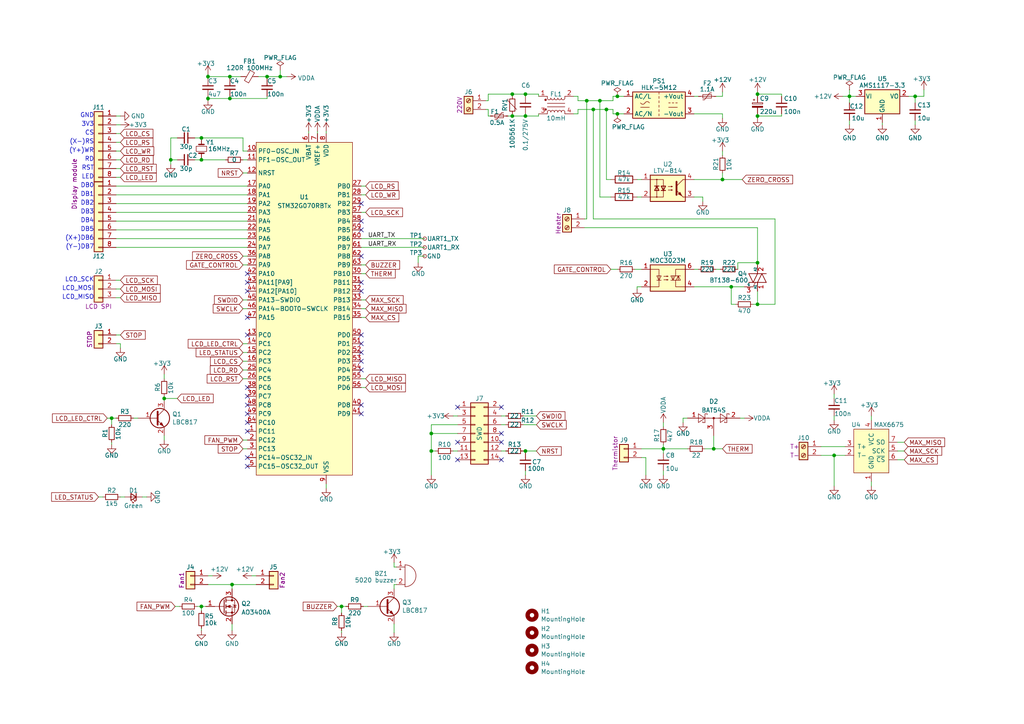
<source format=kicad_sch>
(kicad_sch (version 20211123) (generator eeschema)

  (uuid 70d5c94e-4b51-493e-80c5-98d2c2b0b85e)

  (paper "A4")

  

  (junction (at 179.07 33.02) (diameter 0) (color 0 0 0 0)
    (uuid 10d1282e-eda3-45e9-a948-3e5c9e05abd3)
  )
  (junction (at 125.095 130.81) (diameter 0) (color 0 0 0 0)
    (uuid 178eba62-bb03-4037-9b55-9f471fd5a5bf)
  )
  (junction (at 49.53 46.355) (diameter 0) (color 0 0 0 0)
    (uuid 18a5a8c7-664c-4a54-ba94-aa4f683fee93)
  )
  (junction (at 265.43 27.94) (diameter 0) (color 0 0 0 0)
    (uuid 2674fe2f-e560-40cc-bad9-2801cb6ee12d)
  )
  (junction (at 246.38 27.94) (diameter 0) (color 0 0 0 0)
    (uuid 2813f6f8-790e-4537-9314-18df1ad26b23)
  )
  (junction (at 192.405 130.175) (diameter 0) (color 0 0 0 0)
    (uuid 2a524186-8a30-4949-8c8b-de559e75c8fd)
  )
  (junction (at 219.71 27.305) (diameter 0) (color 0 0 0 0)
    (uuid 2a943c7c-1ab2-40d8-bb61-3e21e93c3d07)
  )
  (junction (at 81.28 22.225) (diameter 0) (color 0 0 0 0)
    (uuid 32f9f031-3a7d-436b-a697-64db254e9f48)
  )
  (junction (at 32.385 121.285) (diameter 0) (color 0 0 0 0)
    (uuid 3806f52e-f776-4ec5-a0b2-37172e8b24b3)
  )
  (junction (at 125.095 125.73) (diameter 0) (color 0 0 0 0)
    (uuid 4a66b485-3cc5-4737-bd32-71657bb2cb00)
  )
  (junction (at 241.935 132.08) (diameter 0) (color 0 0 0 0)
    (uuid 4b0034b3-1b35-4be3-9120-e386c0163984)
  )
  (junction (at 77.47 22.225) (diameter 0) (color 0 0 0 0)
    (uuid 5375496c-16d3-4105-a1bd-44d0c66b47f7)
  )
  (junction (at 148.59 27.305) (diameter 0) (color 0 0 0 0)
    (uuid 5d8b740b-10bb-4bd2-aef0-89f5e4f46082)
  )
  (junction (at 175.895 31.75) (diameter 0) (color 0 0 0 0)
    (uuid 66ba1dbe-d797-4e4a-a4a0-cf74c21e2e86)
  )
  (junction (at 219.71 88.265) (diameter 0) (color 0 0 0 0)
    (uuid 67217886-8bbe-450c-bb8f-4a9c1c7eb7fe)
  )
  (junction (at 207.01 130.175) (diameter 0) (color 0 0 0 0)
    (uuid 6fa7d3c8-48cf-4d15-9fd3-43ed9300ac40)
  )
  (junction (at 209.55 52.07) (diameter 0) (color 0 0 0 0)
    (uuid 7402d442-a518-4f43-b83e-0e510efb64dd)
  )
  (junction (at 58.42 46.355) (diameter 0) (color 0 0 0 0)
    (uuid 75629cf6-1307-4c7e-ad40-dcb91ba16500)
  )
  (junction (at 152.4 27.305) (diameter 0) (color 0 0 0 0)
    (uuid 7669ec0a-426d-431a-ab1e-41c7e1ba9adf)
  )
  (junction (at 219.71 33.655) (diameter 0) (color 0 0 0 0)
    (uuid 85ca8925-6218-41d4-93ba-da83f606f910)
  )
  (junction (at 60.325 22.225) (diameter 0) (color 0 0 0 0)
    (uuid 87a032de-a869-49e6-b7e9-ffa0f10e2125)
  )
  (junction (at 148.59 33.655) (diameter 0) (color 0 0 0 0)
    (uuid 88673e66-d0d6-4a78-95f3-366baed8a65e)
  )
  (junction (at 152.4 130.81) (diameter 0) (color 0 0 0 0)
    (uuid 92d302e0-db9a-4c4f-9f2c-34a8139517e5)
  )
  (junction (at 66.675 28.575) (diameter 0) (color 0 0 0 0)
    (uuid 955d7b53-c4b6-4346-ab04-2bac98fc9271)
  )
  (junction (at 212.09 83.185) (diameter 0) (color 0 0 0 0)
    (uuid 9820d6a2-96c1-4222-a96f-190be4642f26)
  )
  (junction (at 173.99 29.21) (diameter 0) (color 0 0 0 0)
    (uuid 98a1eea8-44a8-4a47-a427-e6cc41ebeafa)
  )
  (junction (at 99.06 175.895) (diameter 0) (color 0 0 0 0)
    (uuid a7262465-6d9e-473a-bae3-ccbd4c7c4efa)
  )
  (junction (at 152.4 33.655) (diameter 0) (color 0 0 0 0)
    (uuid ae865a34-f421-4602-8c0e-fa7d06aa340e)
  )
  (junction (at 66.675 22.225) (diameter 0) (color 0 0 0 0)
    (uuid b1074374-f8c2-4c2d-9e63-777bc2947e26)
  )
  (junction (at 58.42 175.895) (diameter 0) (color 0 0 0 0)
    (uuid c0f903a9-00d7-4fad-ae1f-a8d69388ada8)
  )
  (junction (at 179.07 27.94) (diameter 0) (color 0 0 0 0)
    (uuid c773af5b-01b9-41bd-9805-08e47da79272)
  )
  (junction (at 60.325 28.575) (diameter 0) (color 0 0 0 0)
    (uuid d3db1909-0dcc-44b7-b5eb-6b4eeb1acfa4)
  )
  (junction (at 58.42 40.005) (diameter 0) (color 0 0 0 0)
    (uuid e21e7e25-a7e8-4cb4-8e43-6e8f2e737d61)
  )
  (junction (at 47.625 115.57) (diameter 0) (color 0 0 0 0)
    (uuid e2b0dcc3-8ec2-4312-9923-d633e2ecacb5)
  )
  (junction (at 67.31 169.545) (diameter 0) (color 0 0 0 0)
    (uuid e9b73433-5613-4340-80df-b7e982d63d63)
  )
  (junction (at 170.18 29.21) (diameter 0) (color 0 0 0 0)
    (uuid ed1345f8-1504-476c-bd93-b4c4b495a553)
  )
  (junction (at 172.085 31.75) (diameter 0) (color 0 0 0 0)
    (uuid f692e449-0c47-47be-9ec5-c7f7c41077a4)
  )
  (junction (at 219.71 76.2) (diameter 0) (color 0 0 0 0)
    (uuid f896ae27-bcdf-4350-ad6f-7b06190d5c77)
  )

  (no_connect (at 71.755 114.935) (uuid 02a0e8ca-1285-40f1-830a-fd6772d26e9e))
  (no_connect (at 104.775 107.315) (uuid 120c25cd-b48f-4118-8a11-8d340ac5b9ec))
  (no_connect (at 71.755 125.095) (uuid 13c8acdf-a53f-4840-8513-f27fcda50062))
  (no_connect (at 71.755 84.455) (uuid 231fb950-1955-44dc-88c0-205679e6be90))
  (no_connect (at 132.715 128.27) (uuid 29ccae83-b57f-48a8-abd1-e3ee2ed14c2b))
  (no_connect (at 145.415 133.35) (uuid 398b3637-6d4b-4338-b931-145a208eb5ac))
  (no_connect (at 104.775 84.455) (uuid 3cbaa695-625d-43c5-9799-d8a064245347))
  (no_connect (at 71.755 135.255) (uuid 58ddb0a5-68f2-4c92-bd26-a913a9056cbc))
  (no_connect (at 104.775 81.915) (uuid 5c494ac1-1540-4c8e-8831-34bbb571c120))
  (no_connect (at 104.775 120.015) (uuid 622eb112-b737-4b9c-92c8-3ba3a6c8215b))
  (no_connect (at 104.775 102.235) (uuid 62dee897-2e05-4958-b89e-91d5a11634bb))
  (no_connect (at 145.415 128.27) (uuid 6b8ee2cc-cd08-4e8d-9045-6b62ac3ba79f))
  (no_connect (at 71.755 81.915) (uuid 729964a8-5452-4e86-9f32-e1f2d6aae048))
  (no_connect (at 71.755 97.155) (uuid 7c2f64c1-84c7-447a-bf07-5e2cfb5a8ead))
  (no_connect (at 71.755 120.015) (uuid 7f5c9fab-9fd4-44ad-abcf-7d891e2d2080))
  (no_connect (at 104.775 97.155) (uuid 803d3936-1234-48b3-b783-725ed3d1872b))
  (no_connect (at 145.415 118.11) (uuid 8744691b-6641-436e-9f46-a8d48ce27583))
  (no_connect (at 104.775 99.695) (uuid 89f2040c-1b88-4ada-b27f-7fe5ff355b3c))
  (no_connect (at 71.755 92.075) (uuid 93010cf3-63f8-4b68-9d6c-045dbc2f694e))
  (no_connect (at 71.755 132.715) (uuid bb6588e9-a9ff-473e-a628-11e627baf898))
  (no_connect (at 71.755 79.375) (uuid bb7c6493-2b1d-481a-8549-a2bf084febff))
  (no_connect (at 104.775 104.775) (uuid c0abdffa-7a3e-4939-9f6c-a2662f359cd8))
  (no_connect (at 132.715 133.35) (uuid c4265f23-a72b-4efe-9397-f668a170c441))
  (no_connect (at 104.775 117.475) (uuid c6df1aad-79b6-4b02-b9c4-8c9e977ce511))
  (no_connect (at 71.755 117.475) (uuid cffaf50c-0cf6-4e1e-9920-d70b70154d57))
  (no_connect (at 104.775 66.675) (uuid d63d23db-05cd-4b6f-99af-9abae33759ed))
  (no_connect (at 104.775 74.295) (uuid d63d23db-05cd-4b6f-99af-9abae33759ee))
  (no_connect (at 104.775 64.135) (uuid d63d23db-05cd-4b6f-99af-9abae33759ef))
  (no_connect (at 132.715 118.11) (uuid d66678ba-b776-40e5-b647-81b29a23c0cf))
  (no_connect (at 71.755 112.395) (uuid ecf2293c-0457-4b5d-91a1-8249fea43123))
  (no_connect (at 71.755 122.555) (uuid f0b9537d-50f2-4a4e-8743-f58c7a0b499e))
  (no_connect (at 145.415 125.73) (uuid f3f3afbf-cdc2-4821-bd58-e917acce0b45))
  (no_connect (at 104.775 59.055) (uuid f73c516f-b57a-4220-9960-8cb4dba9027c))

  (wire (pts (xy 219.71 88.265) (xy 219.71 84.455))
    (stroke (width 0) (type default) (color 0 0 0 0))
    (uuid 0021461e-29f3-423e-9587-5901802d71b2)
  )
  (wire (pts (xy 167.64 29.21) (xy 170.18 29.21))
    (stroke (width 0) (type default) (color 0 0 0 0))
    (uuid 007ce7f0-c2c3-4aaa-82bb-fdf3c8562e05)
  )
  (wire (pts (xy 58.42 175.895) (xy 59.69 175.895))
    (stroke (width 0) (type default) (color 0 0 0 0))
    (uuid 00ab1310-3a4b-4ee9-8d79-777dcf16f212)
  )
  (wire (pts (xy 71.755 86.995) (xy 70.485 86.995))
    (stroke (width 0) (type default) (color 0 0 0 0))
    (uuid 0144d383-eac1-4f04-b205-b70cb20a560d)
  )
  (wire (pts (xy 33.655 56.515) (xy 71.755 56.515))
    (stroke (width 0) (type default) (color 0 0 0 0))
    (uuid 01c58a7e-d6b5-40d0-bda4-8ccd186d7beb)
  )
  (wire (pts (xy 201.295 33.02) (xy 209.55 33.02))
    (stroke (width 0) (type default) (color 0 0 0 0))
    (uuid 022babd2-5db8-4723-9f7d-bcb28a887d46)
  )
  (wire (pts (xy 51.435 40.005) (xy 49.53 40.005))
    (stroke (width 0) (type default) (color 0 0 0 0))
    (uuid 03d6590e-4c39-45de-88db-ceaf49cd88fc)
  )
  (wire (pts (xy 169.545 63.5) (xy 170.18 63.5))
    (stroke (width 0) (type default) (color 0 0 0 0))
    (uuid 0573d05d-d8de-470a-a9c2-1610483fd700)
  )
  (wire (pts (xy 104.775 69.215) (xy 123.19 69.215))
    (stroke (width 0) (type default) (color 0 0 0 0))
    (uuid 066e8e26-4711-4f62-9f42-df6e54e78b18)
  )
  (wire (pts (xy 70.485 43.815) (xy 71.755 43.815))
    (stroke (width 0) (type default) (color 0 0 0 0))
    (uuid 073ed338-2da0-4d4d-b98b-17c345cd2540)
  )
  (wire (pts (xy 219.71 33.655) (xy 219.71 33.02))
    (stroke (width 0) (type default) (color 0 0 0 0))
    (uuid 0aac980a-4e18-4f80-9bc9-0aef6e9345e6)
  )
  (wire (pts (xy 60.325 22.225) (xy 60.325 22.86))
    (stroke (width 0) (type default) (color 0 0 0 0))
    (uuid 0ac91038-65c9-45fa-a371-6b1c8ee2fd8d)
  )
  (wire (pts (xy 177.8 31.75) (xy 177.8 33.02))
    (stroke (width 0) (type default) (color 0 0 0 0))
    (uuid 0b4f6b92-2b02-4121-925d-528fb47994ff)
  )
  (wire (pts (xy 121.285 74.295) (xy 121.285 76.2))
    (stroke (width 0) (type default) (color 0 0 0 0))
    (uuid 0da35be7-ed3b-4496-9bd7-6746ce122503)
  )
  (wire (pts (xy 192.405 130.175) (xy 199.39 130.175))
    (stroke (width 0) (type default) (color 0 0 0 0))
    (uuid 0dfa5151-f145-4af5-a82a-3762f0478d22)
  )
  (wire (pts (xy 67.31 180.975) (xy 67.31 182.88))
    (stroke (width 0) (type default) (color 0 0 0 0))
    (uuid 0e7d0507-1a25-47db-b391-eebe906ef052)
  )
  (wire (pts (xy 201.295 78.105) (xy 202.565 78.105))
    (stroke (width 0) (type default) (color 0 0 0 0))
    (uuid 0ed25811-49a6-4f41-a7b9-8fd7e354f294)
  )
  (wire (pts (xy 106.045 61.595) (xy 104.775 61.595))
    (stroke (width 0) (type default) (color 0 0 0 0))
    (uuid 12d6ccd4-0ece-4fd3-b388-f80fe4a9f526)
  )
  (wire (pts (xy 260.35 128.27) (xy 262.255 128.27))
    (stroke (width 0) (type default) (color 0 0 0 0))
    (uuid 146cb325-707a-497b-a051-8670d8e32009)
  )
  (wire (pts (xy 224.79 88.265) (xy 224.79 63.5))
    (stroke (width 0) (type default) (color 0 0 0 0))
    (uuid 14e94641-5b7e-45fa-aa63-d7f60ae2f28e)
  )
  (wire (pts (xy 219.71 76.2) (xy 219.71 76.835))
    (stroke (width 0) (type default) (color 0 0 0 0))
    (uuid 15ac11b4-6f83-4265-8708-9a1c8046cc27)
  )
  (wire (pts (xy 219.71 66.04) (xy 219.71 76.2))
    (stroke (width 0) (type default) (color 0 0 0 0))
    (uuid 17346005-ee7a-448a-98ca-695574ed6db0)
  )
  (wire (pts (xy 58.42 46.355) (xy 65.405 46.355))
    (stroke (width 0) (type default) (color 0 0 0 0))
    (uuid 17908aa3-3d4d-4772-9eac-9638d5436758)
  )
  (wire (pts (xy 172.085 31.75) (xy 175.895 31.75))
    (stroke (width 0) (type default) (color 0 0 0 0))
    (uuid 1a055c2b-8eb2-4e43-b2e2-865a7dba1b47)
  )
  (wire (pts (xy 267.97 27.94) (xy 265.43 27.94))
    (stroke (width 0) (type default) (color 0 0 0 0))
    (uuid 1a386317-bdf0-4bfe-ada3-a80fd004c070)
  )
  (wire (pts (xy 125.095 125.73) (xy 125.095 130.81))
    (stroke (width 0) (type default) (color 0 0 0 0))
    (uuid 1af33c80-2561-4b1e-b204-f83de0f09f67)
  )
  (wire (pts (xy 33.655 41.275) (xy 34.925 41.275))
    (stroke (width 0) (type default) (color 0 0 0 0))
    (uuid 1cd9e01c-20f6-4a19-a03b-9c286a691e93)
  )
  (wire (pts (xy 246.38 26.035) (xy 246.38 27.94))
    (stroke (width 0) (type default) (color 0 0 0 0))
    (uuid 1cf0ee07-09b4-4188-acb1-826fb352eda1)
  )
  (wire (pts (xy 241.935 120.65) (xy 241.935 121.92))
    (stroke (width 0) (type default) (color 0 0 0 0))
    (uuid 1d773b12-42af-472a-b205-8d8884bf8bf5)
  )
  (wire (pts (xy 241.935 114.3) (xy 241.935 115.57))
    (stroke (width 0) (type default) (color 0 0 0 0))
    (uuid 1dcb7028-30dc-4be3-9d1c-b06404d833e8)
  )
  (wire (pts (xy 186.055 83.185) (xy 184.785 83.185))
    (stroke (width 0) (type default) (color 0 0 0 0))
    (uuid 1e611147-23a0-46d4-bc28-c8e2431653bc)
  )
  (wire (pts (xy 145.415 120.65) (xy 146.685 120.65))
    (stroke (width 0) (type default) (color 0 0 0 0))
    (uuid 1f7ff77e-d427-4fb7-b5a8-84efa7a2c4ce)
  )
  (wire (pts (xy 33.655 86.36) (xy 34.925 86.36))
    (stroke (width 0) (type default) (color 0 0 0 0))
    (uuid 1fcf8551-87f7-4810-9cef-24f2e85198c9)
  )
  (wire (pts (xy 145.415 130.81) (xy 146.685 130.81))
    (stroke (width 0) (type default) (color 0 0 0 0))
    (uuid 2119aee8-1a12-4149-9899-d7d5887b62e7)
  )
  (wire (pts (xy 33.655 69.215) (xy 71.755 69.215))
    (stroke (width 0) (type default) (color 0 0 0 0))
    (uuid 229ea638-20c6-4b22-9c8e-9a21c25f3c04)
  )
  (wire (pts (xy 33.655 48.895) (xy 34.925 48.895))
    (stroke (width 0) (type default) (color 0 0 0 0))
    (uuid 231e9158-cad2-4d0a-9a44-7e94496c6105)
  )
  (wire (pts (xy 60.325 21.59) (xy 60.325 22.225))
    (stroke (width 0) (type default) (color 0 0 0 0))
    (uuid 2427064f-e22e-426c-86ce-bac1c0f4a05c)
  )
  (wire (pts (xy 77.47 28.575) (xy 66.675 28.575))
    (stroke (width 0) (type default) (color 0 0 0 0))
    (uuid 252ba6a7-e71e-4a0f-a62a-bb1dfd96477a)
  )
  (wire (pts (xy 219.71 33.655) (xy 226.695 33.655))
    (stroke (width 0) (type default) (color 0 0 0 0))
    (uuid 26be7da3-3add-4daf-b009-21aa81320c47)
  )
  (wire (pts (xy 73.025 167.005) (xy 74.295 167.005))
    (stroke (width 0) (type default) (color 0 0 0 0))
    (uuid 284a0d2b-52e7-47d2-a9f8-25e4857b1108)
  )
  (wire (pts (xy 114.3 163.195) (xy 114.3 164.465))
    (stroke (width 0) (type default) (color 0 0 0 0))
    (uuid 298d4d5f-e2a3-4d61-a537-807b78ffd3a6)
  )
  (wire (pts (xy 104.775 79.375) (xy 106.045 79.375))
    (stroke (width 0) (type default) (color 0 0 0 0))
    (uuid 2b2987f5-ce94-4e64-b0d0-4b4a038748d4)
  )
  (wire (pts (xy 184.785 57.15) (xy 186.055 57.15))
    (stroke (width 0) (type default) (color 0 0 0 0))
    (uuid 2b54976f-acfa-4453-91b9-5be6fb009020)
  )
  (wire (pts (xy 260.35 130.81) (xy 262.255 130.81))
    (stroke (width 0) (type default) (color 0 0 0 0))
    (uuid 2c7cf1f3-1c7a-4fdc-abae-1ff2b4a13bf0)
  )
  (wire (pts (xy 114.3 170.815) (xy 114.3 169.545))
    (stroke (width 0) (type default) (color 0 0 0 0))
    (uuid 2e2ff7e0-e2d0-466c-8128-1fd106af9edb)
  )
  (wire (pts (xy 33.655 46.355) (xy 34.925 46.355))
    (stroke (width 0) (type default) (color 0 0 0 0))
    (uuid 2f2a549e-bb0e-47a8-ab2e-14d62e38d710)
  )
  (wire (pts (xy 58.42 40.64) (xy 58.42 40.005))
    (stroke (width 0) (type default) (color 0 0 0 0))
    (uuid 2f7478d0-9cff-402b-8554-c7a0b329b89a)
  )
  (wire (pts (xy 198.12 122.555) (xy 198.12 121.285))
    (stroke (width 0) (type default) (color 0 0 0 0))
    (uuid 312e8498-08e2-4ed6-bff3-351c87d1d82d)
  )
  (wire (pts (xy 184.15 78.105) (xy 186.055 78.105))
    (stroke (width 0) (type default) (color 0 0 0 0))
    (uuid 328ea336-6d64-44fe-a15f-5d6c55b12ff5)
  )
  (wire (pts (xy 219.71 27.305) (xy 219.71 26.67))
    (stroke (width 0) (type default) (color 0 0 0 0))
    (uuid 32c83969-feb6-45ec-b6b8-e008c73cd0c6)
  )
  (wire (pts (xy 152.4 131.445) (xy 152.4 130.81))
    (stroke (width 0) (type default) (color 0 0 0 0))
    (uuid 340bd1ac-de65-4ae6-901d-42870f8619a6)
  )
  (wire (pts (xy 33.655 53.975) (xy 71.755 53.975))
    (stroke (width 0) (type default) (color 0 0 0 0))
    (uuid 3542be4e-b4ee-45a1-9d63-f53e37486c50)
  )
  (wire (pts (xy 125.095 130.81) (xy 126.365 130.81))
    (stroke (width 0) (type default) (color 0 0 0 0))
    (uuid 364c1969-f137-4838-90c1-928bd9479741)
  )
  (wire (pts (xy 56.515 46.355) (xy 58.42 46.355))
    (stroke (width 0) (type default) (color 0 0 0 0))
    (uuid 3752a0c4-1dcb-49d4-a2e5-80549881d80e)
  )
  (wire (pts (xy 187.325 132.715) (xy 186.055 132.715))
    (stroke (width 0) (type default) (color 0 0 0 0))
    (uuid 3bdc0e83-6cc4-46b1-b021-984a1e7cffe1)
  )
  (wire (pts (xy 81.28 22.225) (xy 77.47 22.225))
    (stroke (width 0) (type default) (color 0 0 0 0))
    (uuid 3cd7d5c3-9d51-4310-bc8d-6d3dd49a26cb)
  )
  (wire (pts (xy 114.3 164.465) (xy 114.935 164.465))
    (stroke (width 0) (type default) (color 0 0 0 0))
    (uuid 3e24501e-5c37-4797-b79d-2a21bbc58639)
  )
  (wire (pts (xy 70.485 127.635) (xy 71.755 127.635))
    (stroke (width 0) (type default) (color 0 0 0 0))
    (uuid 3e438bf2-5d45-4fe2-893d-8d01133768aa)
  )
  (wire (pts (xy 94.615 38.735) (xy 94.615 38.1))
    (stroke (width 0) (type default) (color 0 0 0 0))
    (uuid 41254fb2-5180-46c8-85b6-c57dbbb63d57)
  )
  (wire (pts (xy 213.36 88.265) (xy 212.09 88.265))
    (stroke (width 0) (type default) (color 0 0 0 0))
    (uuid 413ad3e7-dc04-4a32-acc3-cccdeed34133)
  )
  (wire (pts (xy 33.655 64.135) (xy 71.755 64.135))
    (stroke (width 0) (type default) (color 0 0 0 0))
    (uuid 44a25521-3a36-43dc-86e3-dee410723620)
  )
  (wire (pts (xy 132.715 120.65) (xy 131.445 120.65))
    (stroke (width 0) (type default) (color 0 0 0 0))
    (uuid 44fd9920-f365-4de2-a0ed-67ea47900838)
  )
  (wire (pts (xy 32.385 121.285) (xy 32.385 123.19))
    (stroke (width 0) (type default) (color 0 0 0 0))
    (uuid 459c61eb-9f32-4788-97e9-e10295993852)
  )
  (wire (pts (xy 50.8 175.895) (xy 52.07 175.895))
    (stroke (width 0) (type default) (color 0 0 0 0))
    (uuid 485db09e-08b8-4ebf-8505-c093f7bcc081)
  )
  (wire (pts (xy 267.97 26.035) (xy 267.97 27.94))
    (stroke (width 0) (type default) (color 0 0 0 0))
    (uuid 4c33aebc-da00-4a30-aa22-90bebf81a76f)
  )
  (wire (pts (xy 184.785 52.07) (xy 186.055 52.07))
    (stroke (width 0) (type default) (color 0 0 0 0))
    (uuid 4c437070-8a96-4794-8415-41de164051c8)
  )
  (wire (pts (xy 260.35 133.35) (xy 262.255 133.35))
    (stroke (width 0) (type default) (color 0 0 0 0))
    (uuid 4ce33d32-0190-468e-9609-9d0da1c506d1)
  )
  (wire (pts (xy 241.935 140.97) (xy 241.935 132.08))
    (stroke (width 0) (type default) (color 0 0 0 0))
    (uuid 4e5691f8-785f-45e7-b4f7-8fef0e7a06be)
  )
  (wire (pts (xy 106.68 175.895) (xy 105.41 175.895))
    (stroke (width 0) (type default) (color 0 0 0 0))
    (uuid 4f55e4bd-bb3b-4ee3-9afc-f86399ee41f4)
  )
  (wire (pts (xy 33.655 43.815) (xy 34.925 43.815))
    (stroke (width 0) (type default) (color 0 0 0 0))
    (uuid 5010040e-1fa2-478d-ad5c-c5a5ed31e76a)
  )
  (wire (pts (xy 34.925 99.695) (xy 33.655 99.695))
    (stroke (width 0) (type default) (color 0 0 0 0))
    (uuid 50956549-6d1d-497b-9d30-82d9190ecd95)
  )
  (wire (pts (xy 265.43 36.195) (xy 265.43 34.925))
    (stroke (width 0) (type default) (color 0 0 0 0))
    (uuid 5160db40-f61a-48bf-88b4-bb5ac60e8c5c)
  )
  (wire (pts (xy 99.06 175.895) (xy 99.06 177.8))
    (stroke (width 0) (type default) (color 0 0 0 0))
    (uuid 51748198-6651-4d5f-91c6-5c932877469e)
  )
  (wire (pts (xy 244.475 27.94) (xy 246.38 27.94))
    (stroke (width 0) (type default) (color 0 0 0 0))
    (uuid 51fa0dae-5c5d-43be-a032-d5e704105e36)
  )
  (wire (pts (xy 99.06 175.895) (xy 97.79 175.895))
    (stroke (width 0) (type default) (color 0 0 0 0))
    (uuid 52cc17ab-1c7d-46ef-bd12-7cdc557dea44)
  )
  (wire (pts (xy 179.07 33.02) (xy 180.975 33.02))
    (stroke (width 0) (type default) (color 0 0 0 0))
    (uuid 53db0dc0-dfcf-4bc3-86dc-ffaf3adceda5)
  )
  (wire (pts (xy 70.485 50.165) (xy 71.755 50.165))
    (stroke (width 0) (type default) (color 0 0 0 0))
    (uuid 54c86742-77c6-4e83-b5ac-c3d2c7e1ffbf)
  )
  (wire (pts (xy 33.655 59.055) (xy 71.755 59.055))
    (stroke (width 0) (type default) (color 0 0 0 0))
    (uuid 553624ab-59cc-4b73-ba66-e480e762af82)
  )
  (wire (pts (xy 209.55 33.02) (xy 209.55 34.29))
    (stroke (width 0) (type default) (color 0 0 0 0))
    (uuid 5562c925-f045-40b8-92d6-6b7d2804d02e)
  )
  (wire (pts (xy 33.655 38.735) (xy 34.925 38.735))
    (stroke (width 0) (type default) (color 0 0 0 0))
    (uuid 5979264b-6afe-4e22-96c5-3f71a986ef24)
  )
  (wire (pts (xy 99.06 182.88) (xy 99.06 183.515))
    (stroke (width 0) (type default) (color 0 0 0 0))
    (uuid 5a6e0996-726c-4734-b732-4de754e0fd61)
  )
  (wire (pts (xy 219.71 88.265) (xy 224.79 88.265))
    (stroke (width 0) (type default) (color 0 0 0 0))
    (uuid 5a9fc432-e44b-4e3c-9c3d-22a69730a0bd)
  )
  (wire (pts (xy 47.625 114.935) (xy 47.625 115.57))
    (stroke (width 0) (type default) (color 0 0 0 0))
    (uuid 5d7c9844-6843-4bf4-8e02-546ebb64d2b1)
  )
  (wire (pts (xy 66.675 27.94) (xy 66.675 28.575))
    (stroke (width 0) (type default) (color 0 0 0 0))
    (uuid 5dca9511-d8cd-4147-bd9f-31dd1bd1dd6d)
  )
  (wire (pts (xy 212.09 83.185) (xy 215.9 83.185))
    (stroke (width 0) (type default) (color 0 0 0 0))
    (uuid 5ee0bac8-a1bf-47f5-851e-f3aa88aed95e)
  )
  (wire (pts (xy 145.415 123.19) (xy 146.685 123.19))
    (stroke (width 0) (type default) (color 0 0 0 0))
    (uuid 5f0421c7-6eee-4199-9d9a-3d8bc1ed0d8d)
  )
  (wire (pts (xy 34.925 97.155) (xy 33.655 97.155))
    (stroke (width 0) (type default) (color 0 0 0 0))
    (uuid 5f532fb3-61a0-4311-84e3-980da4cac791)
  )
  (wire (pts (xy 131.445 130.81) (xy 132.715 130.81))
    (stroke (width 0) (type default) (color 0 0 0 0))
    (uuid 5f54bcb8-0a80-47c7-a329-d6dcc9d5f1fd)
  )
  (wire (pts (xy 104.775 56.515) (xy 106.045 56.515))
    (stroke (width 0) (type default) (color 0 0 0 0))
    (uuid 5ffe049d-d6ca-4d4b-9828-4de9d6b65180)
  )
  (wire (pts (xy 187.325 137.795) (xy 187.325 132.715))
    (stroke (width 0) (type default) (color 0 0 0 0))
    (uuid 604bd3df-937d-4be0-9c3f-52ae19fce0ab)
  )
  (wire (pts (xy 213.995 78.105) (xy 213.995 76.2))
    (stroke (width 0) (type default) (color 0 0 0 0))
    (uuid 609e9a3c-4516-495e-9fd2-c9a2d058a806)
  )
  (wire (pts (xy 49.53 46.355) (xy 49.53 47.625))
    (stroke (width 0) (type default) (color 0 0 0 0))
    (uuid 63a9b380-5a3c-44f9-8357-42fca1d949d7)
  )
  (wire (pts (xy 148.59 27.305) (xy 148.59 27.94))
    (stroke (width 0) (type default) (color 0 0 0 0))
    (uuid 6427b149-8335-42f9-beab-08f2b86f5d01)
  )
  (wire (pts (xy 167.64 31.75) (xy 172.085 31.75))
    (stroke (width 0) (type default) (color 0 0 0 0))
    (uuid 651f9eb4-002d-4a2c-aa75-227371ea604a)
  )
  (wire (pts (xy 34.925 144.145) (xy 36.195 144.145))
    (stroke (width 0) (type default) (color 0 0 0 0))
    (uuid 661a5444-c2d9-4db8-959d-373e0df196f7)
  )
  (wire (pts (xy 125.095 130.81) (xy 125.095 137.795))
    (stroke (width 0) (type default) (color 0 0 0 0))
    (uuid 66c44345-8bca-45e9-b3f5-ca66e11b59b3)
  )
  (wire (pts (xy 209.55 43.815) (xy 209.55 45.085))
    (stroke (width 0) (type default) (color 0 0 0 0))
    (uuid 69ae94e7-48ef-4f42-8265-cacf71aebd13)
  )
  (wire (pts (xy 152.4 27.305) (xy 152.4 27.94))
    (stroke (width 0) (type default) (color 0 0 0 0))
    (uuid 6a1441f2-4627-4d36-b4cf-a5aeac796080)
  )
  (wire (pts (xy 186.055 130.175) (xy 192.405 130.175))
    (stroke (width 0) (type default) (color 0 0 0 0))
    (uuid 6a50f686-04a8-43bf-8595-9ee16fa9220b)
  )
  (wire (pts (xy 125.095 123.19) (xy 125.095 125.73))
    (stroke (width 0) (type default) (color 0 0 0 0))
    (uuid 6b1ccedd-d6e8-4ff3-b0a9-a40316cd89d5)
  )
  (wire (pts (xy 47.625 115.57) (xy 51.435 115.57))
    (stroke (width 0) (type default) (color 0 0 0 0))
    (uuid 6c52db09-1cb8-4628-b97d-cd400f82756a)
  )
  (wire (pts (xy 219.71 27.305) (xy 226.695 27.305))
    (stroke (width 0) (type default) (color 0 0 0 0))
    (uuid 6ca4801d-06e0-479b-9dd7-7f378b83911c)
  )
  (wire (pts (xy 177.165 78.105) (xy 179.07 78.105))
    (stroke (width 0) (type default) (color 0 0 0 0))
    (uuid 6cec7a00-1c0a-4b85-ba0d-b68674bbf602)
  )
  (wire (pts (xy 104.775 86.995) (xy 106.045 86.995))
    (stroke (width 0) (type default) (color 0 0 0 0))
    (uuid 6e247e44-f717-4a85-8038-5e0ee1c1b729)
  )
  (wire (pts (xy 60.325 27.94) (xy 60.325 28.575))
    (stroke (width 0) (type default) (color 0 0 0 0))
    (uuid 6eabda4d-213f-4d12-bb0f-841999959543)
  )
  (wire (pts (xy 177.165 52.07) (xy 175.895 52.07))
    (stroke (width 0) (type default) (color 0 0 0 0))
    (uuid 6ebd19aa-16b0-4a2f-b643-07e07cf69388)
  )
  (wire (pts (xy 74.295 169.545) (xy 67.31 169.545))
    (stroke (width 0) (type default) (color 0 0 0 0))
    (uuid 7012ddf8-ad0b-4f65-8ed8-2bb9cfc77198)
  )
  (wire (pts (xy 34.925 100.965) (xy 34.925 99.695))
    (stroke (width 0) (type default) (color 0 0 0 0))
    (uuid 716a1d72-a69c-4b20-af6a-6f6a6d12d249)
  )
  (wire (pts (xy 66.675 28.575) (xy 60.325 28.575))
    (stroke (width 0) (type default) (color 0 0 0 0))
    (uuid 72b4f67e-72f2-4c23-86d4-e502e953015e)
  )
  (wire (pts (xy 252.73 121.92) (xy 252.73 120.65))
    (stroke (width 0) (type default) (color 0 0 0 0))
    (uuid 7360f44e-c228-43ab-b4c0-fe6c5d0838f3)
  )
  (wire (pts (xy 167.64 29.21) (xy 167.64 27.94))
    (stroke (width 0) (type default) (color 0 0 0 0))
    (uuid 74362be6-c139-4054-8806-c3e14c558bd1)
  )
  (wire (pts (xy 60.325 28.575) (xy 60.325 29.21))
    (stroke (width 0) (type default) (color 0 0 0 0))
    (uuid 75d5fb48-948d-4648-887f-a9c863b86061)
  )
  (wire (pts (xy 141.605 29.21) (xy 141.605 27.305))
    (stroke (width 0) (type default) (color 0 0 0 0))
    (uuid 791bdc83-6e52-492f-879a-979353ad853f)
  )
  (wire (pts (xy 177.8 29.21) (xy 177.8 27.94))
    (stroke (width 0) (type default) (color 0 0 0 0))
    (uuid 795b2203-8956-48d7-9017-c5a4422098f1)
  )
  (wire (pts (xy 207.645 27.94) (xy 209.55 27.94))
    (stroke (width 0) (type default) (color 0 0 0 0))
    (uuid 79a209df-6e02-4e05-917f-9293986be211)
  )
  (wire (pts (xy 175.895 52.07) (xy 175.895 31.75))
    (stroke (width 0) (type default) (color 0 0 0 0))
    (uuid 7a83ac6a-0e04-4867-b6b9-8c951c04c790)
  )
  (wire (pts (xy 170.18 29.21) (xy 173.99 29.21))
    (stroke (width 0) (type default) (color 0 0 0 0))
    (uuid 7b9fccac-2787-4a54-9d97-ab97d9d155fc)
  )
  (wire (pts (xy 246.38 27.94) (xy 248.285 27.94))
    (stroke (width 0) (type default) (color 0 0 0 0))
    (uuid 7d129dde-9d30-47aa-8c96-5f5e72207dca)
  )
  (wire (pts (xy 209.55 27.94) (xy 209.55 26.67))
    (stroke (width 0) (type default) (color 0 0 0 0))
    (uuid 7d282ae5-1107-4ab8-b31c-9a5b067057b1)
  )
  (wire (pts (xy 148.59 33.02) (xy 148.59 33.655))
    (stroke (width 0) (type default) (color 0 0 0 0))
    (uuid 7e8fe8c9-816b-448d-aaca-07e727be6194)
  )
  (wire (pts (xy 67.31 169.545) (xy 67.31 170.815))
    (stroke (width 0) (type default) (color 0 0 0 0))
    (uuid 7f38848b-7fcc-4fc9-b355-8ae03f5e757d)
  )
  (wire (pts (xy 213.995 76.2) (xy 219.71 76.2))
    (stroke (width 0) (type default) (color 0 0 0 0))
    (uuid 7f555394-fab9-4ec3-827c-6b0193f49577)
  )
  (wire (pts (xy 70.485 74.295) (xy 71.755 74.295))
    (stroke (width 0) (type default) (color 0 0 0 0))
    (uuid 80af133c-7ab7-481d-a2c4-c345acbfb701)
  )
  (wire (pts (xy 40.005 121.285) (xy 38.735 121.285))
    (stroke (width 0) (type default) (color 0 0 0 0))
    (uuid 8198cc5e-8f72-441b-a2e1-92ca5661103e)
  )
  (wire (pts (xy 212.09 88.265) (xy 212.09 83.185))
    (stroke (width 0) (type default) (color 0 0 0 0))
    (uuid 82ff02ef-bf7f-44c2-b2f3-c3661287c2f8)
  )
  (wire (pts (xy 47.625 108.585) (xy 47.625 109.855))
    (stroke (width 0) (type default) (color 0 0 0 0))
    (uuid 8393e6a9-e1fc-4aea-ba01-3e83eb081d0d)
  )
  (wire (pts (xy 33.655 61.595) (xy 71.755 61.595))
    (stroke (width 0) (type default) (color 0 0 0 0))
    (uuid 8609d100-e28f-4018-a4b8-74fd2501266e)
  )
  (wire (pts (xy 255.905 35.56) (xy 255.905 36.195))
    (stroke (width 0) (type default) (color 0 0 0 0))
    (uuid 867fd820-861f-410c-bbe1-5263bbc3abb7)
  )
  (wire (pts (xy 70.485 107.315) (xy 71.755 107.315))
    (stroke (width 0) (type default) (color 0 0 0 0))
    (uuid 87d28045-2257-47b9-a776-bf8e55ef8fd9)
  )
  (wire (pts (xy 33.655 121.285) (xy 32.385 121.285))
    (stroke (width 0) (type default) (color 0 0 0 0))
    (uuid 87efc790-8644-489c-9b71-13ce7d7005eb)
  )
  (wire (pts (xy 226.695 33.655) (xy 226.695 33.02))
    (stroke (width 0) (type default) (color 0 0 0 0))
    (uuid 888479f6-cea3-4ff3-be20-e81a6b25142c)
  )
  (wire (pts (xy 169.545 66.04) (xy 219.71 66.04))
    (stroke (width 0) (type default) (color 0 0 0 0))
    (uuid 8903591f-4a92-454b-a922-4c68da60fd28)
  )
  (wire (pts (xy 167.64 31.75) (xy 167.64 33.02))
    (stroke (width 0) (type default) (color 0 0 0 0))
    (uuid 8bed222f-37ff-4df9-851f-bb33fbd28ded)
  )
  (wire (pts (xy 66.675 22.225) (xy 60.325 22.225))
    (stroke (width 0) (type default) (color 0 0 0 0))
    (uuid 8c3d788d-64a1-4554-9485-f491a5d6e471)
  )
  (wire (pts (xy 148.59 27.305) (xy 152.4 27.305))
    (stroke (width 0) (type default) (color 0 0 0 0))
    (uuid 8ca3a81c-7144-4a4e-afd1-0271fae8b173)
  )
  (wire (pts (xy 167.64 33.02) (xy 166.37 33.02))
    (stroke (width 0) (type default) (color 0 0 0 0))
    (uuid 8cc5b1ad-9be6-4bd1-957b-d3025b273707)
  )
  (wire (pts (xy 226.695 27.305) (xy 226.695 27.94))
    (stroke (width 0) (type default) (color 0 0 0 0))
    (uuid 8da772be-ea34-489f-850b-6ab6bf20816c)
  )
  (wire (pts (xy 89.535 38.735) (xy 89.535 38.1))
    (stroke (width 0) (type default) (color 0 0 0 0))
    (uuid 8ff75145-f9e9-4eaf-83c7-20940f3590d8)
  )
  (wire (pts (xy 207.645 78.105) (xy 208.915 78.105))
    (stroke (width 0) (type default) (color 0 0 0 0))
    (uuid 91f496bc-847e-4fd5-9d13-c0e00e3204b8)
  )
  (wire (pts (xy 192.405 122.555) (xy 192.405 123.825))
    (stroke (width 0) (type default) (color 0 0 0 0))
    (uuid 928d07b3-a32b-49fc-8c12-1246b18ade13)
  )
  (wire (pts (xy 70.485 40.005) (xy 70.485 43.815))
    (stroke (width 0) (type default) (color 0 0 0 0))
    (uuid 9475b2ff-b90b-4ded-ad75-554f02186aef)
  )
  (wire (pts (xy 209.55 52.07) (xy 209.55 50.165))
    (stroke (width 0) (type default) (color 0 0 0 0))
    (uuid 9568bf06-a903-4bde-93ce-f23adc0565fa)
  )
  (wire (pts (xy 152.4 33.02) (xy 152.4 33.655))
    (stroke (width 0) (type default) (color 0 0 0 0))
    (uuid 96857661-1aa9-4cde-a3f9-64424767014e)
  )
  (wire (pts (xy 265.43 29.845) (xy 265.43 27.94))
    (stroke (width 0) (type default) (color 0 0 0 0))
    (uuid 996bc412-7bdb-4d0a-b241-0119b1119769)
  )
  (wire (pts (xy 33.655 81.28) (xy 34.925 81.28))
    (stroke (width 0) (type default) (color 0 0 0 0))
    (uuid 9ba15ac0-88ab-4167-9a0b-4a6472b6e1b1)
  )
  (wire (pts (xy 173.99 57.15) (xy 173.99 29.21))
    (stroke (width 0) (type default) (color 0 0 0 0))
    (uuid 9c7b93f5-493b-4a99-9f1c-c3df16350fa0)
  )
  (wire (pts (xy 92.075 38.1) (xy 92.075 38.735))
    (stroke (width 0) (type default) (color 0 0 0 0))
    (uuid 9ca885ad-7ec7-414d-bbc3-f94767fbb0d4)
  )
  (wire (pts (xy 198.12 121.285) (xy 199.39 121.285))
    (stroke (width 0) (type default) (color 0 0 0 0))
    (uuid 9f340e3a-770b-4395-b870-4c77f4b56570)
  )
  (wire (pts (xy 172.085 31.75) (xy 172.085 63.5))
    (stroke (width 0) (type default) (color 0 0 0 0))
    (uuid 9f5729be-38ef-4b7b-ab33-c87c8571af48)
  )
  (wire (pts (xy 70.485 130.175) (xy 71.755 130.175))
    (stroke (width 0) (type default) (color 0 0 0 0))
    (uuid a14cda0f-4041-4a46-8926-53187d1bb7cc)
  )
  (wire (pts (xy 207.01 130.175) (xy 209.55 130.175))
    (stroke (width 0) (type default) (color 0 0 0 0))
    (uuid a17ad839-b14e-414c-8cbf-dee43df3c8af)
  )
  (wire (pts (xy 147.32 33.655) (xy 148.59 33.655))
    (stroke (width 0) (type default) (color 0 0 0 0))
    (uuid a1bb54d7-2095-4eb9-ad09-8b4e621b3a38)
  )
  (wire (pts (xy 81.28 20.32) (xy 81.28 22.225))
    (stroke (width 0) (type default) (color 0 0 0 0))
    (uuid a28ded2d-cffa-40db-8d92-f0009c3abe65)
  )
  (wire (pts (xy 104.775 92.075) (xy 106.045 92.075))
    (stroke (width 0) (type default) (color 0 0 0 0))
    (uuid a31eb095-0911-4bde-b6af-7b92490b561d)
  )
  (wire (pts (xy 70.485 46.355) (xy 71.755 46.355))
    (stroke (width 0) (type default) (color 0 0 0 0))
    (uuid a340f295-1ba1-4dd5-b6e0-2321a229d791)
  )
  (wire (pts (xy 141.605 31.75) (xy 140.97 31.75))
    (stroke (width 0) (type default) (color 0 0 0 0))
    (uuid a3bb41c9-29cb-46dd-9a48-572e29a886b3)
  )
  (wire (pts (xy 152.4 27.305) (xy 156.21 27.305))
    (stroke (width 0) (type default) (color 0 0 0 0))
    (uuid a3de59b7-6ef2-4aeb-bb0b-875b7c21e17a)
  )
  (wire (pts (xy 71.755 89.535) (xy 70.485 89.535))
    (stroke (width 0) (type default) (color 0 0 0 0))
    (uuid a5a27001-3f1e-4e4c-8493-6fe9df76f3a4)
  )
  (wire (pts (xy 33.655 83.82) (xy 34.925 83.82))
    (stroke (width 0) (type default) (color 0 0 0 0))
    (uuid a683097e-e3f2-479f-a32d-3c250f53ff70)
  )
  (wire (pts (xy 104.775 112.395) (xy 106.045 112.395))
    (stroke (width 0) (type default) (color 0 0 0 0))
    (uuid a719748e-c167-4cbd-a303-b623175f4864)
  )
  (wire (pts (xy 70.485 104.775) (xy 71.755 104.775))
    (stroke (width 0) (type default) (color 0 0 0 0))
    (uuid a7aed86a-c825-4d23-aa12-f32854e26c3c)
  )
  (wire (pts (xy 125.095 123.19) (xy 132.715 123.19))
    (stroke (width 0) (type default) (color 0 0 0 0))
    (uuid a92b851f-63bd-4242-be3a-98e755389568)
  )
  (wire (pts (xy 66.675 22.86) (xy 66.675 22.225))
    (stroke (width 0) (type default) (color 0 0 0 0))
    (uuid aa11847f-1e0b-46f7-a7a5-aa455cea621e)
  )
  (wire (pts (xy 207.01 126.365) (xy 207.01 130.175))
    (stroke (width 0) (type default) (color 0 0 0 0))
    (uuid ab985389-ec3f-4516-b3ed-42b8d0b47efb)
  )
  (wire (pts (xy 175.895 31.75) (xy 177.8 31.75))
    (stroke (width 0) (type default) (color 0 0 0 0))
    (uuid abbf3a46-d656-41a9-a9e1-f6a5a9f489c8)
  )
  (wire (pts (xy 177.8 33.02) (xy 179.07 33.02))
    (stroke (width 0) (type default) (color 0 0 0 0))
    (uuid accd65a4-c9d5-4e7c-927a-706654b6c6bd)
  )
  (wire (pts (xy 252.73 139.7) (xy 252.73 140.97))
    (stroke (width 0) (type default) (color 0 0 0 0))
    (uuid add0307d-9d42-4f82-98db-24dd77eeb5d4)
  )
  (wire (pts (xy 56.515 40.005) (xy 58.42 40.005))
    (stroke (width 0) (type default) (color 0 0 0 0))
    (uuid aeede0c4-5182-46e8-b697-6d83beeb0b45)
  )
  (wire (pts (xy 201.295 57.15) (xy 203.835 57.15))
    (stroke (width 0) (type default) (color 0 0 0 0))
    (uuid af3cdb9c-5cab-46a2-a035-f0471b099f66)
  )
  (wire (pts (xy 152.4 130.81) (xy 155.575 130.81))
    (stroke (width 0) (type default) (color 0 0 0 0))
    (uuid afbfcc59-64e6-4ce4-96db-1206b9f27996)
  )
  (wire (pts (xy 33.655 33.655) (xy 34.925 33.655))
    (stroke (width 0) (type default) (color 0 0 0 0))
    (uuid b206199b-dab8-426b-bf6d-bdfe35b55a1a)
  )
  (wire (pts (xy 70.485 76.835) (xy 71.755 76.835))
    (stroke (width 0) (type default) (color 0 0 0 0))
    (uuid b2cc47b9-8e56-420a-ae5e-b1d02b6d13f0)
  )
  (wire (pts (xy 57.15 175.895) (xy 58.42 175.895))
    (stroke (width 0) (type default) (color 0 0 0 0))
    (uuid b315f37b-c307-4513-aa4c-2f255ac28de7)
  )
  (wire (pts (xy 151.765 130.81) (xy 152.4 130.81))
    (stroke (width 0) (type default) (color 0 0 0 0))
    (uuid b4af75e8-cf0f-4b8c-8abe-03d2efb91d5e)
  )
  (wire (pts (xy 94.615 140.335) (xy 94.615 141.605))
    (stroke (width 0) (type default) (color 0 0 0 0))
    (uuid b5f0a46d-75e2-4f14-81a7-b7cbd1c5e2f5)
  )
  (wire (pts (xy 104.775 53.975) (xy 106.045 53.975))
    (stroke (width 0) (type default) (color 0 0 0 0))
    (uuid b673cf4a-45e6-4c25-98f6-d536a6343c3d)
  )
  (wire (pts (xy 104.775 71.755) (xy 123.19 71.755))
    (stroke (width 0) (type default) (color 0 0 0 0))
    (uuid b6d3d926-2de2-49c6-bb5f-df2e24a60ab9)
  )
  (wire (pts (xy 263.525 27.94) (xy 265.43 27.94))
    (stroke (width 0) (type default) (color 0 0 0 0))
    (uuid b9a0a8ec-0b39-45e0-92fc-e7b926f6ef9e)
  )
  (wire (pts (xy 66.675 22.225) (xy 69.85 22.225))
    (stroke (width 0) (type default) (color 0 0 0 0))
    (uuid bbef43ac-5034-4b93-bea0-c9813b8ffceb)
  )
  (wire (pts (xy 77.47 27.94) (xy 77.47 28.575))
    (stroke (width 0) (type default) (color 0 0 0 0))
    (uuid bc1d6d84-92dd-4ff5-abdc-645547680b6b)
  )
  (wire (pts (xy 141.605 27.305) (xy 148.59 27.305))
    (stroke (width 0) (type default) (color 0 0 0 0))
    (uuid bd41eb3b-a3d0-4ad5-a6e9-5b7f9ed91f60)
  )
  (wire (pts (xy 77.47 22.225) (xy 77.47 22.86))
    (stroke (width 0) (type default) (color 0 0 0 0))
    (uuid bd443e92-a0c4-4beb-995d-eea7dab36ccb)
  )
  (wire (pts (xy 61.595 167.005) (xy 60.325 167.005))
    (stroke (width 0) (type default) (color 0 0 0 0))
    (uuid be491325-d0e5-4d2c-ab13-4a9f07b1ad3e)
  )
  (wire (pts (xy 32.385 121.285) (xy 31.115 121.285))
    (stroke (width 0) (type default) (color 0 0 0 0))
    (uuid c43e57df-8a73-4b3d-9328-aa37a1a5f188)
  )
  (wire (pts (xy 32.385 128.27) (xy 32.385 128.905))
    (stroke (width 0) (type default) (color 0 0 0 0))
    (uuid c49762f6-0615-4458-8d32-51825a6923b5)
  )
  (wire (pts (xy 33.655 66.675) (xy 71.755 66.675))
    (stroke (width 0) (type default) (color 0 0 0 0))
    (uuid c565f161-a55c-4ef8-be1e-8b0cbeddbba3)
  )
  (wire (pts (xy 70.485 102.235) (xy 71.755 102.235))
    (stroke (width 0) (type default) (color 0 0 0 0))
    (uuid c6082d64-a536-4d79-a529-3c36e036f75f)
  )
  (wire (pts (xy 167.64 27.94) (xy 166.37 27.94))
    (stroke (width 0) (type default) (color 0 0 0 0))
    (uuid c70b7a7b-16dd-4a81-9444-9c85539103d0)
  )
  (wire (pts (xy 47.625 127.635) (xy 47.625 126.365))
    (stroke (width 0) (type default) (color 0 0 0 0))
    (uuid c73852df-9746-4d58-bade-2255f1eb3892)
  )
  (wire (pts (xy 218.44 88.265) (xy 219.71 88.265))
    (stroke (width 0) (type default) (color 0 0 0 0))
    (uuid c8204c91-7baa-4392-b2f5-f200baacbfdd)
  )
  (wire (pts (xy 47.625 115.57) (xy 47.625 116.205))
    (stroke (width 0) (type default) (color 0 0 0 0))
    (uuid c834d58b-f6b5-4eef-92bd-a21d94d36585)
  )
  (wire (pts (xy 177.165 57.15) (xy 173.99 57.15))
    (stroke (width 0) (type default) (color 0 0 0 0))
    (uuid cd08c678-31c9-4a93-8c72-30ca44319d56)
  )
  (wire (pts (xy 70.485 109.855) (xy 71.755 109.855))
    (stroke (width 0) (type default) (color 0 0 0 0))
    (uuid cdcf269d-1ce7-4845-8415-1d5f0eb0b91d)
  )
  (wire (pts (xy 114.3 169.545) (xy 114.935 169.545))
    (stroke (width 0) (type default) (color 0 0 0 0))
    (uuid cdf46226-6df4-4381-a52c-6c123c7ec4ae)
  )
  (wire (pts (xy 58.42 40.005) (xy 70.485 40.005))
    (stroke (width 0) (type default) (color 0 0 0 0))
    (uuid cf2f59f2-3790-45c7-baa1-0ca20f24a6cc)
  )
  (wire (pts (xy 204.47 130.175) (xy 207.01 130.175))
    (stroke (width 0) (type default) (color 0 0 0 0))
    (uuid d11f45a3-963b-4a2f-813c-5201bb83e7f7)
  )
  (wire (pts (xy 179.07 27.94) (xy 180.975 27.94))
    (stroke (width 0) (type default) (color 0 0 0 0))
    (uuid d1b1dd5c-f763-47de-b408-091f8a7bb72a)
  )
  (wire (pts (xy 238.125 129.54) (xy 245.11 129.54))
    (stroke (width 0) (type default) (color 0 0 0 0))
    (uuid d1ef325f-4607-44ad-9112-4666f7efbb3f)
  )
  (wire (pts (xy 33.655 71.755) (xy 71.755 71.755))
    (stroke (width 0) (type default) (color 0 0 0 0))
    (uuid d1f77a7d-cbc3-4ec8-a3ad-7ec1573afea2)
  )
  (wire (pts (xy 215.265 52.07) (xy 209.55 52.07))
    (stroke (width 0) (type default) (color 0 0 0 0))
    (uuid d2ecc220-83d4-4003-a4fe-0c42614df223)
  )
  (wire (pts (xy 238.125 132.08) (xy 241.935 132.08))
    (stroke (width 0) (type default) (color 0 0 0 0))
    (uuid d364042b-9f68-4a67-bfc1-6a37961f00fd)
  )
  (wire (pts (xy 201.295 52.07) (xy 209.55 52.07))
    (stroke (width 0) (type default) (color 0 0 0 0))
    (uuid d4331011-cfaa-4b65-8002-409265e4e35b)
  )
  (wire (pts (xy 201.295 83.185) (xy 212.09 83.185))
    (stroke (width 0) (type default) (color 0 0 0 0))
    (uuid d4582c80-f898-41ef-9084-995a4a804653)
  )
  (wire (pts (xy 114.3 183.515) (xy 114.3 180.975))
    (stroke (width 0) (type default) (color 0 0 0 0))
    (uuid d47d33e7-94b0-4f4d-b4ea-06b64a2fd39d)
  )
  (wire (pts (xy 151.765 120.65) (xy 155.575 120.65))
    (stroke (width 0) (type default) (color 0 0 0 0))
    (uuid d4feb0a7-9faf-4e64-9a55-0362b093ebb8)
  )
  (wire (pts (xy 140.97 29.21) (xy 141.605 29.21))
    (stroke (width 0) (type default) (color 0 0 0 0))
    (uuid d57d13fe-9777-49a2-a6e4-c91f06286921)
  )
  (wire (pts (xy 58.42 175.895) (xy 58.42 177.165))
    (stroke (width 0) (type default) (color 0 0 0 0))
    (uuid d64973e3-3897-4c0b-91dc-4f38bc1d1099)
  )
  (wire (pts (xy 177.8 27.94) (xy 179.07 27.94))
    (stroke (width 0) (type default) (color 0 0 0 0))
    (uuid d67ff8a8-798c-4d26-b083-f00f4c0832ae)
  )
  (wire (pts (xy 201.295 27.94) (xy 202.565 27.94))
    (stroke (width 0) (type default) (color 0 0 0 0))
    (uuid d69a0e4d-8f7a-4304-8ba9-c34e9841cdc0)
  )
  (wire (pts (xy 192.405 130.175) (xy 192.405 131.445))
    (stroke (width 0) (type default) (color 0 0 0 0))
    (uuid d6d302fb-bc6e-4483-90fe-ac294243ea22)
  )
  (wire (pts (xy 241.935 132.08) (xy 245.11 132.08))
    (stroke (width 0) (type default) (color 0 0 0 0))
    (uuid d8f64e89-418a-4156-b91b-18d7cc4c9c5a)
  )
  (wire (pts (xy 148.59 33.655) (xy 152.4 33.655))
    (stroke (width 0) (type default) (color 0 0 0 0))
    (uuid d9ba9c16-dff6-4327-a96c-d0c1cc742258)
  )
  (wire (pts (xy 246.38 36.195) (xy 246.38 34.925))
    (stroke (width 0) (type default) (color 0 0 0 0))
    (uuid db23c169-98a7-4ee5-837b-5f1096f77a3e)
  )
  (wire (pts (xy 70.485 99.695) (xy 71.755 99.695))
    (stroke (width 0) (type default) (color 0 0 0 0))
    (uuid dc06bbe1-7828-4702-a09e-27bd79ef887c)
  )
  (wire (pts (xy 192.405 128.905) (xy 192.405 130.175))
    (stroke (width 0) (type default) (color 0 0 0 0))
    (uuid df3bfe02-0421-4ea5-80a2-f4e3220a96e4)
  )
  (wire (pts (xy 60.325 169.545) (xy 67.31 169.545))
    (stroke (width 0) (type default) (color 0 0 0 0))
    (uuid e027bee9-2d8d-40fc-9cd8-554080f81565)
  )
  (wire (pts (xy 125.095 125.73) (xy 132.715 125.73))
    (stroke (width 0) (type default) (color 0 0 0 0))
    (uuid e1ffa673-62e0-40c0-9394-6dff55210ba0)
  )
  (wire (pts (xy 246.38 29.845) (xy 246.38 27.94))
    (stroke (width 0) (type default) (color 0 0 0 0))
    (uuid e2d107ac-fdd6-4c46-83b4-1a2e2c282d8d)
  )
  (wire (pts (xy 83.185 22.225) (xy 81.28 22.225))
    (stroke (width 0) (type default) (color 0 0 0 0))
    (uuid e2d606b6-a450-44d5-b0a1-73be26c1c6fa)
  )
  (wire (pts (xy 104.775 89.535) (xy 106.045 89.535))
    (stroke (width 0) (type default) (color 0 0 0 0))
    (uuid e3cfd0e6-ab7d-4569-9f9d-7cfc14c85d0c)
  )
  (wire (pts (xy 173.99 29.21) (xy 177.8 29.21))
    (stroke (width 0) (type default) (color 0 0 0 0))
    (uuid e48bc9ae-b7b5-4d4d-96e6-8c8e0cab6ba0)
  )
  (wire (pts (xy 141.605 33.655) (xy 141.605 31.75))
    (stroke (width 0) (type default) (color 0 0 0 0))
    (uuid e5f445ee-6c8a-483e-97c8-beafa337f43e)
  )
  (wire (pts (xy 28.575 144.145) (xy 29.845 144.145))
    (stroke (width 0) (type default) (color 0 0 0 0))
    (uuid e65053b0-f596-4527-bd30-802b0a7836fd)
  )
  (wire (pts (xy 51.435 46.355) (xy 49.53 46.355))
    (stroke (width 0) (type default) (color 0 0 0 0))
    (uuid e6d22669-b1ec-4acb-a868-689ab9d3bf4b)
  )
  (wire (pts (xy 151.765 123.19) (xy 155.575 123.19))
    (stroke (width 0) (type default) (color 0 0 0 0))
    (uuid e8c5618f-9eb0-4449-8d18-7ab2d01ea42b)
  )
  (wire (pts (xy 123.19 74.295) (xy 121.285 74.295))
    (stroke (width 0) (type default) (color 0 0 0 0))
    (uuid ea6d76ae-8e5e-46e6-8f8a-29c1f883e1ee)
  )
  (wire (pts (xy 219.71 27.94) (xy 219.71 27.305))
    (stroke (width 0) (type default) (color 0 0 0 0))
    (uuid ea9469d5-6936-42c8-a350-a779b8d4839a)
  )
  (wire (pts (xy 156.21 33.655) (xy 156.21 33.02))
    (stroke (width 0) (type default) (color 0 0 0 0))
    (uuid eace57d4-b0bc-4ee9-9b90-793ca496ada1)
  )
  (wire (pts (xy 49.53 40.005) (xy 49.53 46.355))
    (stroke (width 0) (type default) (color 0 0 0 0))
    (uuid ead695bd-1948-405e-b22c-cc9ecda09c27)
  )
  (wire (pts (xy 58.42 182.245) (xy 58.42 182.88))
    (stroke (width 0) (type default) (color 0 0 0 0))
    (uuid eba37b52-de9d-4aa5-af78-a69d25a51b3a)
  )
  (wire (pts (xy 214.63 121.285) (xy 215.9 121.285))
    (stroke (width 0) (type default) (color 0 0 0 0))
    (uuid ec5be704-aa41-490c-898a-16473230ae9a)
  )
  (wire (pts (xy 100.33 175.895) (xy 99.06 175.895))
    (stroke (width 0) (type default) (color 0 0 0 0))
    (uuid ed0a3d12-34ac-438c-be0f-5928cc8cf729)
  )
  (wire (pts (xy 41.275 144.145) (xy 42.545 144.145))
    (stroke (width 0) (type default) (color 0 0 0 0))
    (uuid ef31da7c-a37b-480d-b072-7172bb1991eb)
  )
  (wire (pts (xy 192.405 136.525) (xy 192.405 137.795))
    (stroke (width 0) (type default) (color 0 0 0 0))
    (uuid ef5779b3-7723-4bc6-8c37-322f24e645ac)
  )
  (wire (pts (xy 203.835 57.15) (xy 203.835 58.42))
    (stroke (width 0) (type default) (color 0 0 0 0))
    (uuid f02fc4e3-87a2-41e4-af6e-1cdd616a7598)
  )
  (wire (pts (xy 33.655 51.435) (xy 34.925 51.435))
    (stroke (width 0) (type default) (color 0 0 0 0))
    (uuid f189f496-353b-4da0-b79c-983afcddf726)
  )
  (wire (pts (xy 152.4 137.795) (xy 152.4 136.525))
    (stroke (width 0) (type default) (color 0 0 0 0))
    (uuid f1cff27d-4294-4ad2-9287-3e9048c80930)
  )
  (wire (pts (xy 142.24 33.655) (xy 141.605 33.655))
    (stroke (width 0) (type default) (color 0 0 0 0))
    (uuid f2a501cb-6fa8-4678-8687-dbdfa0ce6009)
  )
  (wire (pts (xy 106.045 76.835) (xy 104.775 76.835))
    (stroke (width 0) (type default) (color 0 0 0 0))
    (uuid f5293434-d438-4412-9974-fadba35db119)
  )
  (wire (pts (xy 152.4 33.655) (xy 156.21 33.655))
    (stroke (width 0) (type default) (color 0 0 0 0))
    (uuid f64fd4f2-52b1-420e-ba82-fd9e15aa1d81)
  )
  (wire (pts (xy 219.71 34.29) (xy 219.71 33.655))
    (stroke (width 0) (type default) (color 0 0 0 0))
    (uuid f79a038d-7c3a-4958-9467-b20efed84ddd)
  )
  (wire (pts (xy 77.47 22.225) (xy 74.93 22.225))
    (stroke (width 0) (type default) (color 0 0 0 0))
    (uuid f9ab2c7c-68aa-4918-9bf4-7d73b17f16c2)
  )
  (wire (pts (xy 224.79 63.5) (xy 172.085 63.5))
    (stroke (width 0) (type default) (color 0 0 0 0))
    (uuid f9b05459-ee7d-42de-86b0-915d72d1ec26)
  )
  (wire (pts (xy 184.785 83.185) (xy 184.785 83.82))
    (stroke (width 0) (type default) (color 0 0 0 0))
    (uuid fadaee4f-17b8-423f-a4b9-13a5d376dff1)
  )
  (wire (pts (xy 156.21 27.305) (xy 156.21 27.94))
    (stroke (width 0) (type default) (color 0 0 0 0))
    (uuid fb22873a-1627-40e3-845d-332ed9e424a7)
  )
  (wire (pts (xy 170.18 29.21) (xy 170.18 63.5))
    (stroke (width 0) (type default) (color 0 0 0 0))
    (uuid fbca9098-e7a2-4b91-adef-d9382e95e11c)
  )
  (wire (pts (xy 58.42 45.72) (xy 58.42 46.355))
    (stroke (width 0) (type default) (color 0 0 0 0))
    (uuid fc1564ab-da78-4b03-a077-576737dc9e62)
  )
  (wire (pts (xy 104.775 109.855) (xy 106.045 109.855))
    (stroke (width 0) (type default) (color 0 0 0 0))
    (uuid fdab54c7-ea24-4c31-be2d-18cbc7d91b17)
  )
  (wire (pts (xy 33.655 36.195) (xy 34.925 36.195))
    (stroke (width 0) (type default) (color 0 0 0 0))
    (uuid ff1c6809-2acd-472a-b80c-fb68db75b2f2)
  )

  (text "DB3" (at 27.305 62.23 180)
    (effects (font (size 1.27 1.27)) (justify right bottom))
    (uuid 1110fbac-63ae-47ab-ac58-db000e197e00)
  )
  (text "DB4" (at 27.305 64.77 180)
    (effects (font (size 1.27 1.27)) (justify right bottom))
    (uuid 14ed4b82-c8a1-49cd-b73d-7ba376dfeb43)
  )
  (text "3V3" (at 27.305 36.83 180)
    (effects (font (size 1.27 1.27)) (justify right bottom))
    (uuid 33c1c7d4-bb0a-45eb-a513-b32218961e3b)
  )
  (text "GND" (at 27.305 34.29 180)
    (effects (font (size 1.27 1.27)) (justify right bottom))
    (uuid 3c50cb0a-247a-4516-839d-dc117a528d7a)
  )
  (text "(Y+)WR" (at 27.305 44.45 180)
    (effects (font (size 1.27 1.27)) (justify right bottom))
    (uuid 40388c5d-1c25-4505-9790-617774eb5ea9)
  )
  (text "LED" (at 27.305 52.07 180)
    (effects (font (size 1.27 1.27)) (justify right bottom))
    (uuid 45eb27a2-ad92-43ce-941a-8108f0ec9d04)
  )
  (text "(X-)RS" (at 27.305 41.91 180)
    (effects (font (size 1.27 1.27)) (justify right bottom))
    (uuid 5e6349d2-1010-42f8-b8ec-063504d618ae)
  )
  (text "CS" (at 27.305 39.37 180)
    (effects (font (size 1.27 1.27)) (justify right bottom))
    (uuid 672870d0-c46e-453b-8f05-25831e87f198)
  )
  (text "LCD_MOSI" (at 27.305 84.455 180)
    (effects (font (size 1.27 1.27)) (justify right bottom))
    (uuid 70139504-b753-43f2-98f9-d808ef9efeff)
  )
  (text "(X+)DB6" (at 27.305 69.85 180)
    (effects (font (size 1.27 1.27)) (justify right bottom))
    (uuid 7274f1f3-402e-4c83-ba08-3d5d471c48d4)
  )
  (text "LCD_MISO" (at 27.305 86.995 180)
    (effects (font (size 1.27 1.27)) (justify right bottom))
    (uuid 746e2fe6-6111-48eb-be6f-557e1f0ffee6)
  )
  (text "DB0" (at 27.305 54.61 180)
    (effects (font (size 1.27 1.27)) (justify right bottom))
    (uuid 7a8eea4c-4ae6-4439-896c-24b5fa4f26ba)
  )
  (text "DB2" (at 27.305 59.69 180)
    (effects (font (size 1.27 1.27)) (justify right bottom))
    (uuid 85a3965f-7bfc-4881-ae51-3efa299b1ea9)
  )
  (text "DB5" (at 27.305 67.31 180)
    (effects (font (size 1.27 1.27)) (justify right bottom))
    (uuid a3d84d43-7879-4d4b-a2d1-7b712adce2f9)
  )
  (text "RST" (at 27.305 49.53 180)
    (effects (font (size 1.27 1.27)) (justify right bottom))
    (uuid bdc46802-c7d1-4c7e-9a4b-77ecd9842e7f)
  )
  (text "LCD_SCK" (at 27.305 81.915 180)
    (effects (font (size 1.27 1.27)) (justify right bottom))
    (uuid ce053fe7-21c5-4c52-9875-e9e093b5c93d)
  )
  (text "DB1" (at 27.305 57.15 180)
    (effects (font (size 1.27 1.27)) (justify right bottom))
    (uuid f2b3778c-14b1-4255-b000-a2993cf3718e)
  )
  (text "(Y-)DB7" (at 27.305 72.39 180)
    (effects (font (size 1.27 1.27)) (justify right bottom))
    (uuid f8b66f5d-6ec7-4fbc-992b-62ecf8064427)
  )
  (text "RD" (at 27.305 46.99 180)
    (effects (font (size 1.27 1.27)) (justify right bottom))
    (uuid f97c972f-2a00-4bde-892e-89552ef145bf)
  )

  (label "UART_TX" (at 106.68 69.215 0)
    (effects (font (size 1.27 1.27)) (justify left bottom))
    (uuid 1b34184f-952f-40d9-abac-b459160146bd)
  )
  (label "UART_RX" (at 106.68 71.755 0)
    (effects (font (size 1.27 1.27)) (justify left bottom))
    (uuid 3a33624b-d659-49a1-986e-c9bb3ee03fa4)
  )

  (global_label "LCD_SCK" (shape input) (at 106.045 61.595 0) (fields_autoplaced)
    (effects (font (size 1.27 1.27)) (justify left))
    (uuid 0445fd7e-11a2-4c5e-a3b4-9ce973f387c4)
    (property "Intersheet References" "${INTERSHEET_REFS}" (id 0) (at 8.255 6.35 0)
      (effects (font (size 1.27 1.27)) hide)
    )
  )
  (global_label "MAX_SCK" (shape input) (at 106.045 86.995 0) (fields_autoplaced)
    (effects (font (size 1.27 1.27)) (justify left))
    (uuid 1375fd06-cf92-4121-9e66-e66c16e43b6a)
    (property "Intersheet References" "${INTERSHEET_REFS}" (id 0) (at 8.255 6.35 0)
      (effects (font (size 1.27 1.27)) hide)
    )
  )
  (global_label "LCD_RD" (shape input) (at 70.485 107.315 180) (fields_autoplaced)
    (effects (font (size 1.27 1.27)) (justify right))
    (uuid 1543f119-9a58-496a-be33-349bc02195cc)
    (property "Intersheet References" "${INTERSHEET_REFS}" (id 0) (at 8.255 6.35 0)
      (effects (font (size 1.27 1.27)) hide)
    )
  )
  (global_label "THERM" (shape input) (at 209.55 130.175 0) (fields_autoplaced)
    (effects (font (size 1.27 1.27)) (justify left))
    (uuid 180a7641-fd29-41f9-9451-ecc55861b5fe)
    (property "Intersheet References" "${INTERSHEET_REFS}" (id 0) (at 218.0428 130.0956 0)
      (effects (font (size 1.27 1.27)) (justify left) hide)
    )
  )
  (global_label "LCD_WR" (shape input) (at 106.045 56.515 0) (fields_autoplaced)
    (effects (font (size 1.27 1.27)) (justify left))
    (uuid 1e020c53-6f45-4fde-a6e9-dbebb81bc7eb)
    (property "Intersheet References" "${INTERSHEET_REFS}" (id 0) (at 8.255 6.35 0)
      (effects (font (size 1.27 1.27)) hide)
    )
  )
  (global_label "GATE_CONTROL" (shape input) (at 70.485 76.835 180) (fields_autoplaced)
    (effects (font (size 1.27 1.27)) (justify right))
    (uuid 2d1f31f2-6814-4196-813a-95717948a550)
    (property "Intersheet References" "${INTERSHEET_REFS}" (id 0) (at 8.255 6.35 0)
      (effects (font (size 1.27 1.27)) hide)
    )
  )
  (global_label "LCD_RST" (shape input) (at 70.485 109.855 180) (fields_autoplaced)
    (effects (font (size 1.27 1.27)) (justify right))
    (uuid 2d62d9df-5cee-4240-920e-7ab3d8bbd6c2)
    (property "Intersheet References" "${INTERSHEET_REFS}" (id 0) (at 8.255 6.35 0)
      (effects (font (size 1.27 1.27)) hide)
    )
  )
  (global_label "STOP" (shape input) (at 70.485 130.175 180) (fields_autoplaced)
    (effects (font (size 1.27 1.27)) (justify right))
    (uuid 2e26359f-ddbb-49c9-b6a2-7ffd43a7947f)
    (property "Intersheet References" "${INTERSHEET_REFS}" (id 0) (at 8.255 31.75 0)
      (effects (font (size 1.27 1.27)) hide)
    )
  )
  (global_label "NRST" (shape input) (at 70.485 50.165 180) (fields_autoplaced)
    (effects (font (size 1.27 1.27)) (justify right))
    (uuid 2ecf7d00-aba5-4494-a959-834f017392b6)
    (property "Intersheet References" "${INTERSHEET_REFS}" (id 0) (at 8.255 6.35 0)
      (effects (font (size 1.27 1.27)) hide)
    )
  )
  (global_label "STOP" (shape input) (at 34.925 97.155 0) (fields_autoplaced)
    (effects (font (size 1.27 1.27)) (justify left))
    (uuid 2f09289f-91ee-41dc-8198-88b9e432d8bd)
    (property "Intersheet References" "${INTERSHEET_REFS}" (id 0) (at 9.525 -19.685 0)
      (effects (font (size 1.27 1.27)) hide)
    )
  )
  (global_label "GATE_CONTROL" (shape input) (at 177.165 78.105 180) (fields_autoplaced)
    (effects (font (size 1.27 1.27)) (justify right))
    (uuid 308a86be-37b5-47a5-93f7-c2008a74f8a6)
    (property "Intersheet References" "${INTERSHEET_REFS}" (id 0) (at 39.37 3.81 0)
      (effects (font (size 1.27 1.27)) hide)
    )
  )
  (global_label "ZERO_CROSS" (shape input) (at 215.265 52.07 0) (fields_autoplaced)
    (effects (font (size 1.27 1.27)) (justify left))
    (uuid 310e6513-6914-4f41-b1d9-f310945bc39e)
    (property "Intersheet References" "${INTERSHEET_REFS}" (id 0) (at 39.37 10.795 0)
      (effects (font (size 1.27 1.27)) hide)
    )
  )
  (global_label "LCD_LED" (shape input) (at 34.925 51.435 0) (fields_autoplaced)
    (effects (font (size 1.27 1.27)) (justify left))
    (uuid 33ec81a1-eafb-41fd-bd26-5bc2e9d41625)
    (property "Intersheet References" "${INTERSHEET_REFS}" (id 0) (at 6.35 6.35 0)
      (effects (font (size 1.27 1.27)) hide)
    )
  )
  (global_label "LCD_SCK" (shape input) (at 34.925 81.28 0) (fields_autoplaced)
    (effects (font (size 1.27 1.27)) (justify left))
    (uuid 3a21ae3e-f575-4d72-9bb2-f2da283812c6)
    (property "Intersheet References" "${INTERSHEET_REFS}" (id 0) (at 6.35 10.795 0)
      (effects (font (size 1.27 1.27)) hide)
    )
  )
  (global_label "MAX_MISO" (shape input) (at 106.045 89.535 0) (fields_autoplaced)
    (effects (font (size 1.27 1.27)) (justify left))
    (uuid 44037d14-7780-463d-800d-3cc2670249a3)
    (property "Intersheet References" "${INTERSHEET_REFS}" (id 0) (at 8.255 6.35 0)
      (effects (font (size 1.27 1.27)) hide)
    )
  )
  (global_label "LCD_CS" (shape input) (at 34.925 38.735 0) (fields_autoplaced)
    (effects (font (size 1.27 1.27)) (justify left))
    (uuid 483ccdee-5bf1-4555-9631-292e92d6f035)
    (property "Intersheet References" "${INTERSHEET_REFS}" (id 0) (at 6.35 6.35 0)
      (effects (font (size 1.27 1.27)) hide)
    )
  )
  (global_label "NRST" (shape input) (at 155.575 130.81 0) (fields_autoplaced)
    (effects (font (size 1.27 1.27)) (justify left))
    (uuid 4f53d77d-6cb5-4c37-9a7f-252c31c2bd25)
    (property "Intersheet References" "${INTERSHEET_REFS}" (id 0) (at -53.975 10.16 0)
      (effects (font (size 1.27 1.27)) hide)
    )
  )
  (global_label "LCD_MOSI" (shape input) (at 106.045 112.395 0) (fields_autoplaced)
    (effects (font (size 1.27 1.27)) (justify left))
    (uuid 5d8bd79f-abef-4cb9-aca3-1bcb09b855e6)
    (property "Intersheet References" "${INTERSHEET_REFS}" (id 0) (at 8.255 6.35 0)
      (effects (font (size 1.27 1.27)) hide)
    )
  )
  (global_label "LED_STATUS" (shape input) (at 28.575 144.145 180) (fields_autoplaced)
    (effects (font (size 1.27 1.27)) (justify right))
    (uuid 6139c344-1e51-4995-8580-f9cf1c2a6eef)
    (property "Intersheet References" "${INTERSHEET_REFS}" (id 0) (at 0.635 15.875 0)
      (effects (font (size 1.27 1.27)) hide)
    )
  )
  (global_label "BUZZER" (shape input) (at 106.045 76.835 0) (fields_autoplaced)
    (effects (font (size 1.27 1.27)) (justify left))
    (uuid 68b07ace-f760-4a98-8b2d-b17fcc9bfe1f)
    (property "Intersheet References" "${INTERSHEET_REFS}" (id 0) (at 8.255 6.35 0)
      (effects (font (size 1.27 1.27)) hide)
    )
  )
  (global_label "ZERO_CROSS" (shape input) (at 70.485 74.295 180) (fields_autoplaced)
    (effects (font (size 1.27 1.27)) (justify right))
    (uuid 7152c42b-f925-4847-a3e5-d67fa3f96067)
    (property "Intersheet References" "${INTERSHEET_REFS}" (id 0) (at 8.255 6.35 0)
      (effects (font (size 1.27 1.27)) hide)
    )
  )
  (global_label "LED_STATUS" (shape input) (at 70.485 102.235 180) (fields_autoplaced)
    (effects (font (size 1.27 1.27)) (justify right))
    (uuid 71a010d5-b0ad-43ae-90d0-e62b63184e82)
    (property "Intersheet References" "${INTERSHEET_REFS}" (id 0) (at 8.255 6.35 0)
      (effects (font (size 1.27 1.27)) hide)
    )
  )
  (global_label "LCD_LED_CTRL" (shape input) (at 31.115 121.285 180) (fields_autoplaced)
    (effects (font (size 1.27 1.27)) (justify right))
    (uuid 7616a9fb-8ea9-4ba5-a568-dd105e4541e4)
    (property "Intersheet References" "${INTERSHEET_REFS}" (id 0) (at 0.635 -29.845 0)
      (effects (font (size 1.27 1.27)) hide)
    )
  )
  (global_label "LCD_WR" (shape input) (at 34.925 43.815 0) (fields_autoplaced)
    (effects (font (size 1.27 1.27)) (justify left))
    (uuid 7bdbd6c8-dd1b-4519-96d5-c930e5ce5224)
    (property "Intersheet References" "${INTERSHEET_REFS}" (id 0) (at 6.35 6.35 0)
      (effects (font (size 1.27 1.27)) hide)
    )
  )
  (global_label "SWDIO" (shape input) (at 70.485 86.995 180) (fields_autoplaced)
    (effects (font (size 1.27 1.27)) (justify right))
    (uuid 807c4651-ebcb-4d59-bfd1-b79b6c8a0c11)
    (property "Intersheet References" "${INTERSHEET_REFS}" (id 0) (at 8.255 6.35 0)
      (effects (font (size 1.27 1.27)) hide)
    )
  )
  (global_label "SWCLK" (shape input) (at 155.575 123.19 0) (fields_autoplaced)
    (effects (font (size 1.27 1.27)) (justify left))
    (uuid 816ac62d-0d7d-433f-b181-b9167d15c192)
    (property "Intersheet References" "${INTERSHEET_REFS}" (id 0) (at -53.975 10.16 0)
      (effects (font (size 1.27 1.27)) hide)
    )
  )
  (global_label "FAN_PWM" (shape input) (at 50.8 175.895 180) (fields_autoplaced)
    (effects (font (size 1.27 1.27)) (justify right))
    (uuid 83b29d3d-4d70-45c7-806e-08c64cfb7d48)
    (property "Intersheet References" "${INTERSHEET_REFS}" (id 0) (at 39.8277 175.8156 0)
      (effects (font (size 1.27 1.27)) (justify right) hide)
    )
  )
  (global_label "LCD_MISO" (shape input) (at 34.925 86.36 0) (fields_autoplaced)
    (effects (font (size 1.27 1.27)) (justify left))
    (uuid 8ef8beea-6e9d-4585-8208-1f3433f517a1)
    (property "Intersheet References" "${INTERSHEET_REFS}" (id 0) (at 6.35 10.795 0)
      (effects (font (size 1.27 1.27)) hide)
    )
  )
  (global_label "LCD_RS" (shape input) (at 34.925 41.275 0) (fields_autoplaced)
    (effects (font (size 1.27 1.27)) (justify left))
    (uuid 926d60c0-c877-4e3d-977b-3ac285d5bc2d)
    (property "Intersheet References" "${INTERSHEET_REFS}" (id 0) (at 6.35 6.35 0)
      (effects (font (size 1.27 1.27)) hide)
    )
  )
  (global_label "SWDIO" (shape input) (at 155.575 120.65 0) (fields_autoplaced)
    (effects (font (size 1.27 1.27)) (justify left))
    (uuid 9466ff59-6d4e-4444-9e2a-226e0d3e09f1)
    (property "Intersheet References" "${INTERSHEET_REFS}" (id 0) (at -53.975 10.16 0)
      (effects (font (size 1.27 1.27)) hide)
    )
  )
  (global_label "BUZZER" (shape input) (at 97.79 175.895 180) (fields_autoplaced)
    (effects (font (size 1.27 1.27)) (justify right))
    (uuid 9a0c9c69-9889-4d20-9593-62c984e1d624)
    (property "Intersheet References" "${INTERSHEET_REFS}" (id 0) (at 73.66 73.66 0)
      (effects (font (size 1.27 1.27)) hide)
    )
  )
  (global_label "MAX_MISO" (shape input) (at 262.255 128.27 0) (fields_autoplaced)
    (effects (font (size 1.27 1.27)) (justify left))
    (uuid 9ee8a161-f9d5-4c9f-b669-e524cf275b7b)
    (property "Intersheet References" "${INTERSHEET_REFS}" (id 0) (at 102.87 -20.955 0)
      (effects (font (size 1.27 1.27)) hide)
    )
  )
  (global_label "LCD_MISO" (shape input) (at 106.045 109.855 0) (fields_autoplaced)
    (effects (font (size 1.27 1.27)) (justify left))
    (uuid a27e8c72-d492-434d-a72f-1a54f5a6ce24)
    (property "Intersheet References" "${INTERSHEET_REFS}" (id 0) (at 8.255 6.35 0)
      (effects (font (size 1.27 1.27)) hide)
    )
  )
  (global_label "MAX_CS" (shape input) (at 262.255 133.35 0) (fields_autoplaced)
    (effects (font (size 1.27 1.27)) (justify left))
    (uuid a6855c8f-841b-41ba-818b-1519a0768edf)
    (property "Intersheet References" "${INTERSHEET_REFS}" (id 0) (at 102.87 -20.955 0)
      (effects (font (size 1.27 1.27)) hide)
    )
  )
  (global_label "LCD_RST" (shape input) (at 34.925 48.895 0) (fields_autoplaced)
    (effects (font (size 1.27 1.27)) (justify left))
    (uuid af834c01-99cf-4b0e-a6ff-a3b2b1cccd3a)
    (property "Intersheet References" "${INTERSHEET_REFS}" (id 0) (at 6.35 6.35 0)
      (effects (font (size 1.27 1.27)) hide)
    )
  )
  (global_label "SWCLK" (shape input) (at 70.485 89.535 180) (fields_autoplaced)
    (effects (font (size 1.27 1.27)) (justify right))
    (uuid b15ae793-a199-4397-b838-4538d8a7a8b1)
    (property "Intersheet References" "${INTERSHEET_REFS}" (id 0) (at 8.255 6.35 0)
      (effects (font (size 1.27 1.27)) hide)
    )
  )
  (global_label "FAN_PWM" (shape input) (at 70.485 127.635 180) (fields_autoplaced)
    (effects (font (size 1.27 1.27)) (justify right))
    (uuid b171f9da-65bb-426b-badb-7c19bc2b2c20)
    (property "Intersheet References" "${INTERSHEET_REFS}" (id 0) (at 59.5127 127.5556 0)
      (effects (font (size 1.27 1.27)) (justify right) hide)
    )
  )
  (global_label "LCD_LED" (shape input) (at 51.435 115.57 0) (fields_autoplaced)
    (effects (font (size 1.27 1.27)) (justify left))
    (uuid b5eb6a3e-b72f-477d-b03f-e6bd3ed834ba)
    (property "Intersheet References" "${INTERSHEET_REFS}" (id 0) (at -0.635 -29.845 0)
      (effects (font (size 1.27 1.27)) hide)
    )
  )
  (global_label "THERM" (shape input) (at 106.045 79.375 0) (fields_autoplaced)
    (effects (font (size 1.27 1.27)) (justify left))
    (uuid c7a8248b-ecda-461e-8ef1-740defd2c093)
    (property "Intersheet References" "${INTERSHEET_REFS}" (id 0) (at 114.5378 79.2956 0)
      (effects (font (size 1.27 1.27)) (justify left) hide)
    )
  )
  (global_label "MAX_CS" (shape input) (at 106.045 92.075 0) (fields_autoplaced)
    (effects (font (size 1.27 1.27)) (justify left))
    (uuid c891a3f2-3f24-4a04-8779-dc344d3bbf21)
    (property "Intersheet References" "${INTERSHEET_REFS}" (id 0) (at 8.255 6.35 0)
      (effects (font (size 1.27 1.27)) hide)
    )
  )
  (global_label "LCD_CS" (shape input) (at 70.485 104.775 180) (fields_autoplaced)
    (effects (font (size 1.27 1.27)) (justify right))
    (uuid c8bce37e-35c5-439e-ac35-a34a51156ee5)
    (property "Intersheet References" "${INTERSHEET_REFS}" (id 0) (at 168.275 3.81 0)
      (effects (font (size 1.27 1.27)) (justify left) hide)
    )
  )
  (global_label "LCD_MOSI" (shape input) (at 34.925 83.82 0) (fields_autoplaced)
    (effects (font (size 1.27 1.27)) (justify left))
    (uuid db739aa5-21d7-411e-b0ee-b4f93e5c54b7)
    (property "Intersheet References" "${INTERSHEET_REFS}" (id 0) (at 6.35 10.795 0)
      (effects (font (size 1.27 1.27)) hide)
    )
  )
  (global_label "LCD_RD" (shape input) (at 34.925 46.355 0) (fields_autoplaced)
    (effects (font (size 1.27 1.27)) (justify left))
    (uuid e865beb7-33a1-40e1-bdcd-35b5e5da3097)
    (property "Intersheet References" "${INTERSHEET_REFS}" (id 0) (at 6.35 6.35 0)
      (effects (font (size 1.27 1.27)) hide)
    )
  )
  (global_label "LCD_RS" (shape input) (at 106.045 53.975 0) (fields_autoplaced)
    (effects (font (size 1.27 1.27)) (justify left))
    (uuid edc8f61e-0ae7-4fdd-9576-29d5608f130d)
    (property "Intersheet References" "${INTERSHEET_REFS}" (id 0) (at 8.255 6.35 0)
      (effects (font (size 1.27 1.27)) hide)
    )
  )
  (global_label "LCD_LED_CTRL" (shape input) (at 70.485 99.695 180) (fields_autoplaced)
    (effects (font (size 1.27 1.27)) (justify right))
    (uuid fa6a5b84-f08e-48c1-9897-bb978f69ab2e)
    (property "Intersheet References" "${INTERSHEET_REFS}" (id 0) (at 8.255 6.35 0)
      (effects (font (size 1.27 1.27)) hide)
    )
  )
  (global_label "MAX_SCK" (shape input) (at 262.255 130.81 0) (fields_autoplaced)
    (effects (font (size 1.27 1.27)) (justify left))
    (uuid fb82f2d8-a20a-4f18-bd74-ced04d09e451)
    (property "Intersheet References" "${INTERSHEET_REFS}" (id 0) (at 102.87 -20.955 0)
      (effects (font (size 1.27 1.27)) hide)
    )
  )

  (symbol (lib_id "my_additions:STM32G070RBTx") (at 88.265 89.535 0) (unit 1)
    (in_bom yes) (on_board yes)
    (uuid 00000000-0000-0000-0000-000061b8499f)
    (property "Reference" "U1" (id 0) (at 88.265 57.15 0))
    (property "Value" "STM32G070RBTx" (id 1) (at 88.265 59.69 0))
    (property "Footprint" "Package_QFP:LQFP-64_10x10mm_P0.5mm" (id 2) (at 86.995 139.7 0)
      (effects (font (size 1.27 1.27)) (justify right) hide)
    )
    (property "Datasheet" "" (id 3) (at 133.985 155.575 0)
      (effects (font (size 1.27 1.27)) hide)
    )
    (pin "1" (uuid 43a3116e-7186-434d-ba65-8074ce5dcf5d))
    (pin "10" (uuid d2a3e3ec-f5ae-4283-a970-23b7f35b8991))
    (pin "11" (uuid f6cfc277-8cc2-4986-a015-c3ded0e884d2))
    (pin "12" (uuid 7b1cd6a2-5ef5-4acd-ae2f-2912efa52ba4))
    (pin "13" (uuid 86854690-4041-4364-b485-53163685f4ed))
    (pin "14" (uuid 80b336cc-a110-4d73-bdcf-2d9c888a235f))
    (pin "15" (uuid 2ed9b010-75ca-4f60-87d6-f480775992c5))
    (pin "16" (uuid 66a5e300-eb9b-4563-9fb8-afd2555fc491))
    (pin "17" (uuid f677740b-1de7-4c89-83a5-fca527d60a3e))
    (pin "18" (uuid c27772b9-bab5-4b3b-a3a5-5fcad1ff6a00))
    (pin "19" (uuid fe6cfbae-b73e-4c1e-a1aa-a42623e7a75c))
    (pin "2" (uuid ee509e31-03d0-41fc-8fb7-f8f07bf59bd6))
    (pin "20" (uuid 3f8334bc-1def-440b-927b-11b3653a4bd2))
    (pin "21" (uuid bfdca517-2351-4c02-a330-5c07a630ae3f))
    (pin "22" (uuid cf80ebc9-1c90-4ba7-83eb-67118e26126b))
    (pin "23" (uuid b82a80dc-6f89-4a18-94b7-81faec25f7d8))
    (pin "24" (uuid 4466782e-1af8-424e-a009-d6a98705561a))
    (pin "25" (uuid 95840340-776c-4d11-8e8f-c89da8a1b922))
    (pin "26" (uuid 5c499304-2036-49b4-a300-d5e5685db2c0))
    (pin "27" (uuid 071f4af2-57f1-4c88-8ac1-1be09a809996))
    (pin "28" (uuid d16e14d5-ecd2-473e-a9d4-6041c4c784fd))
    (pin "29" (uuid e1205177-b1bf-49d7-a996-d1869f082b29))
    (pin "3" (uuid 004dacba-3cb4-433e-bcbe-c92893bc7608))
    (pin "30" (uuid f0ac0a7c-4d49-406c-a767-2797e143b14f))
    (pin "31" (uuid 105f0a7f-7b4b-4f04-b6a3-41786f94ff5a))
    (pin "32" (uuid 8fcfabd0-cad8-45fb-906c-88f043d32b29))
    (pin "33" (uuid 4c967398-487e-4dc1-99f1-eaf30c947865))
    (pin "34" (uuid 6bf99c5c-b89e-46a8-a838-74dd1de2d88e))
    (pin "35" (uuid 5e956185-2d93-4e2a-b1ed-cbe7052f7db7))
    (pin "36" (uuid e7939ea0-233c-46ee-9bdf-422718fe7ec1))
    (pin "37" (uuid e97c8849-799a-49cd-b128-fb791dd007f1))
    (pin "38" (uuid 51b4232e-efa8-46e5-a659-e86ea97be676))
    (pin "39" (uuid 296a8fb1-825c-47a3-9945-1149b074b100))
    (pin "4" (uuid 0a092030-afe2-4f94-a0eb-e4fc48beccc5))
    (pin "40" (uuid 0c2ba32b-7a58-4be0-8ea1-9cbf7f1c1de5))
    (pin "41" (uuid 845c868a-eed6-4f00-89ce-2c482c81df6a))
    (pin "42" (uuid 88692663-37d1-453c-90f1-9fc7b882382a))
    (pin "43" (uuid f372e1ea-c8e6-41a3-9c07-730bab9672d2))
    (pin "44" (uuid e9f7cfdc-687f-415a-8459-09907dd0cabe))
    (pin "45" (uuid 8fa935aa-39b8-4875-a5b1-aa6ea17bb4d1))
    (pin "46" (uuid bcc0cc1b-a5d5-46da-82b1-8c3aa08ade2b))
    (pin "47" (uuid 457f6cd6-384e-4674-aece-2ee4a95766b1))
    (pin "48" (uuid 1d2efb72-781b-4f2f-a9d0-92d9a4c9c51c))
    (pin "49" (uuid 8a5ca947-d7e7-4e4a-b050-0548159298d6))
    (pin "5" (uuid 1c17032d-3f4b-4830-bfba-8e396f5eaf77))
    (pin "50" (uuid cc69ba01-dba9-40a5-8bf1-8a93daf9c36f))
    (pin "51" (uuid 01325318-a3ca-4a51-96d6-a381b68f9a1a))
    (pin "52" (uuid 4c818eb5-7e9e-433d-9384-4fa468a5c406))
    (pin "53" (uuid eb55d632-40ad-4360-a647-6460f970abc8))
    (pin "54" (uuid 558e7a5c-5e9b-45f6-8c51-4862be9a0668))
    (pin "55" (uuid 003211a3-6f2d-40f9-9310-6282aa55de22))
    (pin "56" (uuid fc5a5761-3f6c-45c6-b8b0-d28bc0f5cbef))
    (pin "57" (uuid 0246a4db-be72-4b1b-b794-63ee7126be6b))
    (pin "58" (uuid f6717090-7e7b-47ec-9a02-0494d5e3fe50))
    (pin "59" (uuid 9183e76c-ac46-4856-8755-1d1de1669ea6))
    (pin "6" (uuid 0d35c4e5-0d04-4286-b30b-ca017e43c892))
    (pin "60" (uuid d709fb78-4393-4d91-b949-9d61cedb6bf9))
    (pin "61" (uuid fc7fdc3d-40b5-4bfb-b218-d731c7d1c7b2))
    (pin "62" (uuid e8e44ea5-511f-40b5-b121-4498a85c78a1))
    (pin "63" (uuid 357ada02-994a-42db-bbf6-e7c9a61f2729))
    (pin "64" (uuid 10466506-fd23-4771-bb63-1820d6aeb311))
    (pin "7" (uuid 3ea151db-0a7a-40f5-a5ab-6d615c02a820))
    (pin "8" (uuid 3ef4e5e0-2279-4d83-aeb7-3955850eb6b8))
    (pin "9" (uuid bccd8c7a-aee7-42a7-8040-f60a25e6c9cf))
  )

  (symbol (lib_id "Converter_ACDC:HLK-PM03") (at 191.135 30.48 0) (unit 1)
    (in_bom yes) (on_board yes)
    (uuid 00000000-0000-0000-0000-000061b8f3f3)
    (property "Reference" "PS1" (id 0) (at 191.135 23.495 0))
    (property "Value" "HLK-5M12" (id 1) (at 191.135 25.4 0))
    (property "Footprint" "my_additions:Converter_ACDC_HiLink_HLK-5Mxx" (id 2) (at 191.135 38.1 0)
      (effects (font (size 1.27 1.27)) hide)
    )
    (property "Datasheet" "http://www.hlktech.net/product_detail.php?ProId=59" (id 3) (at 201.295 39.37 0)
      (effects (font (size 1.27 1.27)) hide)
    )
    (pin "1" (uuid 5200d5b9-4e4d-4e7d-a74d-69081050dce7))
    (pin "2" (uuid 885d0454-0d3b-4dc6-965b-c12bc819fd1f))
    (pin "3" (uuid f7f948b3-e2d9-41ef-b287-035820944f8e))
    (pin "4" (uuid 27369dbb-cd7a-42d8-8e3a-1664ed9449dc))
  )

  (symbol (lib_id "Connector:Screw_Terminal_01x02") (at 135.89 29.21 0) (mirror y) (unit 1)
    (in_bom yes) (on_board yes)
    (uuid 00000000-0000-0000-0000-000061b90832)
    (property "Reference" "J6" (id 0) (at 135.89 26.67 0))
    (property "Value" "Screw_1x2" (id 1) (at 139.7 34.925 0)
      (effects (font (size 1.27 1.27)) hide)
    )
    (property "Footprint" "TerminalBlock_Phoenix:TerminalBlock_Phoenix_PT-1,5-2-5.0-H_1x02_P5.00mm_Horizontal" (id 2) (at 135.89 29.21 0)
      (effects (font (size 1.27 1.27)) hide)
    )
    (property "Datasheet" "~" (id 3) (at 135.89 29.21 0)
      (effects (font (size 1.27 1.27)) hide)
    )
    (property "Label" "220V" (id 4) (at 133.35 30.48 90))
    (pin "1" (uuid f6b80e48-5d00-4df8-b65b-3f8c7f01ae95))
    (pin "2" (uuid 6ef02a79-6af7-45b9-a36c-2665418e6c51))
  )

  (symbol (lib_id "Isolator:LTV-814") (at 193.675 54.61 0) (unit 1)
    (in_bom yes) (on_board yes)
    (uuid 00000000-0000-0000-0000-000061b96906)
    (property "Reference" "U2" (id 0) (at 193.675 47.625 0))
    (property "Value" "LTV-814" (id 1) (at 193.675 49.53 0))
    (property "Footprint" "my_additions:OPTO-SMD4" (id 2) (at 188.595 59.69 0)
      (effects (font (size 1.27 1.27) italic) (justify left) hide)
    )
    (property "Datasheet" "https://optoelectronics.liteon.com/upload/download/DS-70-96-0013/LTV-8X4%20series%20201509.pdf" (id 3) (at 195.58 54.61 0)
      (effects (font (size 1.27 1.27)) (justify left) hide)
    )
    (pin "1" (uuid 0ca2d3ed-325a-429a-a978-3d27f5def2ad))
    (pin "2" (uuid 17a2dd51-f423-4b7f-ae30-e107b710f2ca))
    (pin "3" (uuid 8437b742-45d7-4492-a120-33f05fdea5c0))
    (pin "4" (uuid 2d809920-0605-461b-ae80-bc4041c5b5ed))
  )

  (symbol (lib_id "power:GND") (at 209.55 34.29 0) (unit 1)
    (in_bom yes) (on_board yes)
    (uuid 00000000-0000-0000-0000-000061b9a136)
    (property "Reference" "#PWR035" (id 0) (at 209.55 40.64 0)
      (effects (font (size 1.27 1.27)) hide)
    )
    (property "Value" "GND" (id 1) (at 209.55 37.465 0))
    (property "Footprint" "" (id 2) (at 209.55 34.29 0)
      (effects (font (size 1.27 1.27)) hide)
    )
    (property "Datasheet" "" (id 3) (at 209.55 34.29 0)
      (effects (font (size 1.27 1.27)) hide)
    )
    (pin "1" (uuid 691e5b08-cdf7-42a0-a6f8-baa1d5ef034b))
  )

  (symbol (lib_id "power:GND") (at 203.835 58.42 0) (unit 1)
    (in_bom yes) (on_board yes)
    (uuid 00000000-0000-0000-0000-000061b9d8a9)
    (property "Reference" "#PWR032" (id 0) (at 203.835 64.77 0)
      (effects (font (size 1.27 1.27)) hide)
    )
    (property "Value" "GND" (id 1) (at 203.835 61.595 0))
    (property "Footprint" "" (id 2) (at 203.835 58.42 0)
      (effects (font (size 1.27 1.27)) hide)
    )
    (property "Datasheet" "" (id 3) (at 203.835 58.42 0)
      (effects (font (size 1.27 1.27)) hide)
    )
    (pin "1" (uuid 889f9932-a786-4a57-8cee-3fe2467c8714))
  )

  (symbol (lib_id "power:+3V3") (at 209.55 43.815 0) (unit 1)
    (in_bom yes) (on_board yes)
    (uuid 00000000-0000-0000-0000-000061b9e571)
    (property "Reference" "#PWR036" (id 0) (at 209.55 47.625 0)
      (effects (font (size 1.27 1.27)) hide)
    )
    (property "Value" "+3V3" (id 1) (at 208.915 40.64 0))
    (property "Footprint" "" (id 2) (at 209.55 43.815 0)
      (effects (font (size 1.27 1.27)) hide)
    )
    (property "Datasheet" "" (id 3) (at 209.55 43.815 0)
      (effects (font (size 1.27 1.27)) hide)
    )
    (pin "1" (uuid 4ce9f1fa-c470-4664-b89d-fd105c27810f))
  )

  (symbol (lib_id "Device:R_Small") (at 209.55 47.625 0) (unit 1)
    (in_bom yes) (on_board yes)
    (uuid 00000000-0000-0000-0000-000061b9e9ec)
    (property "Reference" "R21" (id 0) (at 207.645 49.53 90)
      (effects (font (size 1.27 1.27)) (justify left))
    )
    (property "Value" "10k" (id 1) (at 211.455 49.53 90)
      (effects (font (size 1.27 1.27)) (justify left))
    )
    (property "Footprint" "Resistor_SMD:R_0805_2012Metric_Pad1.20x1.40mm_HandSolder" (id 2) (at 209.55 47.625 0)
      (effects (font (size 1.27 1.27)) hide)
    )
    (property "Datasheet" "~" (id 3) (at 209.55 47.625 0)
      (effects (font (size 1.27 1.27)) hide)
    )
    (pin "1" (uuid cde0ba7b-24b9-48dd-b372-bf047c1f9101))
    (pin "2" (uuid 054dcf8e-f567-4a32-82ba-6b8a38a8a5bb))
  )

  (symbol (lib_id "Device:R") (at 180.975 52.07 270) (unit 1)
    (in_bom yes) (on_board yes)
    (uuid 00000000-0000-0000-0000-000061ba2758)
    (property "Reference" "R14" (id 0) (at 180.975 50.165 90))
    (property "Value" "47k" (id 1) (at 180.975 52.07 90))
    (property "Footprint" "Resistor_SMD:R_1206_3216Metric_Pad1.30x1.75mm_HandSolder" (id 2) (at 180.975 50.292 90)
      (effects (font (size 1.27 1.27)) hide)
    )
    (property "Datasheet" "~" (id 3) (at 180.975 52.07 0)
      (effects (font (size 1.27 1.27)) hide)
    )
    (pin "1" (uuid 87a298a8-56cf-46a2-a00a-93bcf2f9c91c))
    (pin "2" (uuid 422f2a72-b399-4725-9f0e-9f3000ed2000))
  )

  (symbol (lib_id "Device:R") (at 180.975 57.15 270) (unit 1)
    (in_bom yes) (on_board yes)
    (uuid 00000000-0000-0000-0000-000061ba3c57)
    (property "Reference" "R15" (id 0) (at 180.975 55.245 90))
    (property "Value" "47k" (id 1) (at 180.975 57.15 90))
    (property "Footprint" "Resistor_SMD:R_1206_3216Metric_Pad1.30x1.75mm_HandSolder" (id 2) (at 180.975 55.372 90)
      (effects (font (size 1.27 1.27)) hide)
    )
    (property "Datasheet" "~" (id 3) (at 180.975 57.15 0)
      (effects (font (size 1.27 1.27)) hide)
    )
    (pin "1" (uuid 3995ec5a-f252-4d6b-9a36-5f8a9875d40c))
    (pin "2" (uuid 4d71f6d6-e0b3-43b9-a4c4-56caedb14f18))
  )

  (symbol (lib_id "power:+3V3") (at 60.325 21.59 0) (unit 1)
    (in_bom yes) (on_board yes)
    (uuid 00000000-0000-0000-0000-000061ba7669)
    (property "Reference" "#PWR013" (id 0) (at 60.325 25.4 0)
      (effects (font (size 1.27 1.27)) hide)
    )
    (property "Value" "+3V3" (id 1) (at 59.69 18.415 0))
    (property "Footprint" "" (id 2) (at 60.325 21.59 0)
      (effects (font (size 1.27 1.27)) hide)
    )
    (property "Datasheet" "" (id 3) (at 60.325 21.59 0)
      (effects (font (size 1.27 1.27)) hide)
    )
    (pin "1" (uuid 8d08cd31-b56d-486f-9e27-b61036ba6da0))
  )

  (symbol (lib_id "Device:C_Small") (at 60.325 25.4 0) (unit 1)
    (in_bom yes) (on_board yes)
    (uuid 00000000-0000-0000-0000-000061ba7e36)
    (property "Reference" "C3" (id 0) (at 60.325 23.495 0)
      (effects (font (size 1.27 1.27)) (justify left))
    )
    (property "Value" "4u7" (id 1) (at 60.325 27.305 0)
      (effects (font (size 1.27 1.27)) (justify left))
    )
    (property "Footprint" "Capacitor_SMD:C_0805_2012Metric_Pad1.18x1.45mm_HandSolder" (id 2) (at 60.325 25.4 0)
      (effects (font (size 1.27 1.27)) hide)
    )
    (property "Datasheet" "~" (id 3) (at 60.325 25.4 0)
      (effects (font (size 1.27 1.27)) hide)
    )
    (pin "1" (uuid 8d37dfae-6901-4e65-aecc-f6a10af5dc6e))
    (pin "2" (uuid 15a83256-63f7-4c2e-8d99-3ad88ce7c4a8))
  )

  (symbol (lib_id "power:GND") (at 60.325 29.21 0) (unit 1)
    (in_bom yes) (on_board yes)
    (uuid 00000000-0000-0000-0000-000061ba916d)
    (property "Reference" "#PWR014" (id 0) (at 60.325 35.56 0)
      (effects (font (size 1.27 1.27)) hide)
    )
    (property "Value" "GND" (id 1) (at 60.325 32.385 0))
    (property "Footprint" "" (id 2) (at 60.325 29.21 0)
      (effects (font (size 1.27 1.27)) hide)
    )
    (property "Datasheet" "" (id 3) (at 60.325 29.21 0)
      (effects (font (size 1.27 1.27)) hide)
    )
    (pin "1" (uuid feeda7d1-1f37-4642-8104-5cd06589fe8c))
  )

  (symbol (lib_id "Device:C_Small") (at 226.695 30.48 0) (unit 1)
    (in_bom yes) (on_board yes)
    (uuid 00000000-0000-0000-0000-000061ba92d0)
    (property "Reference" "C10" (id 0) (at 227.33 28.575 0)
      (effects (font (size 1.27 1.27)) (justify left))
    )
    (property "Value" "100n" (id 1) (at 227.33 32.385 0)
      (effects (font (size 1.27 1.27)) (justify left))
    )
    (property "Footprint" "Capacitor_SMD:C_0805_2012Metric_Pad1.18x1.45mm_HandSolder" (id 2) (at 226.695 30.48 0)
      (effects (font (size 1.27 1.27)) hide)
    )
    (property "Datasheet" "~" (id 3) (at 226.695 30.48 0)
      (effects (font (size 1.27 1.27)) hide)
    )
    (pin "1" (uuid b48ef634-f9b3-4b57-820d-aa8d9955617f))
    (pin "2" (uuid cc8cdc42-ca41-4821-b1f1-70ef55120ebb))
  )

  (symbol (lib_id "Device:C_Small") (at 66.675 25.4 0) (unit 1)
    (in_bom yes) (on_board yes)
    (uuid 00000000-0000-0000-0000-000061baa457)
    (property "Reference" "C4" (id 0) (at 66.675 23.495 0)
      (effects (font (size 1.27 1.27)) (justify left))
    )
    (property "Value" "100n" (id 1) (at 66.675 27.305 0)
      (effects (font (size 1.27 1.27)) (justify left))
    )
    (property "Footprint" "Capacitor_SMD:C_0805_2012Metric_Pad1.18x1.45mm_HandSolder" (id 2) (at 66.675 25.4 0)
      (effects (font (size 1.27 1.27)) hide)
    )
    (property "Datasheet" "~" (id 3) (at 66.675 25.4 0)
      (effects (font (size 1.27 1.27)) hide)
    )
    (pin "1" (uuid aadf94f8-75bd-4ded-b54f-e67e85b16371))
    (pin "2" (uuid 17cacbf3-7b08-4f34-a1c8-2744fdafeba6))
  )

  (symbol (lib_id "power:+3V3") (at 89.535 38.1 0) (unit 1)
    (in_bom yes) (on_board yes)
    (uuid 00000000-0000-0000-0000-000061bad46e)
    (property "Reference" "#PWR017" (id 0) (at 89.535 41.91 0)
      (effects (font (size 1.27 1.27)) hide)
    )
    (property "Value" "+3V3" (id 1) (at 89.535 33.02 90))
    (property "Footprint" "" (id 2) (at 89.535 38.1 0)
      (effects (font (size 1.27 1.27)) hide)
    )
    (property "Datasheet" "" (id 3) (at 89.535 38.1 0)
      (effects (font (size 1.27 1.27)) hide)
    )
    (pin "1" (uuid 985741ce-3a87-4a1b-8ae0-27d6d0396e76))
  )

  (symbol (lib_id "power:GND") (at 94.615 141.605 0) (unit 1)
    (in_bom yes) (on_board yes)
    (uuid 00000000-0000-0000-0000-000061bb04a8)
    (property "Reference" "#PWR020" (id 0) (at 94.615 147.955 0)
      (effects (font (size 1.27 1.27)) hide)
    )
    (property "Value" "GND" (id 1) (at 94.615 144.78 0))
    (property "Footprint" "" (id 2) (at 94.615 141.605 0)
      (effects (font (size 1.27 1.27)) hide)
    )
    (property "Datasheet" "" (id 3) (at 94.615 141.605 0)
      (effects (font (size 1.27 1.27)) hide)
    )
    (pin "1" (uuid d6c84fe3-2adc-49fc-8cfa-36ebf631001e))
  )

  (symbol (lib_id "power:GND") (at 34.925 33.655 90) (unit 1)
    (in_bom yes) (on_board yes)
    (uuid 00000000-0000-0000-0000-000061bbe187)
    (property "Reference" "#PWR02" (id 0) (at 41.275 33.655 0)
      (effects (font (size 1.27 1.27)) hide)
    )
    (property "Value" "GND" (id 1) (at 40.005 33.655 90))
    (property "Footprint" "" (id 2) (at 34.925 33.655 0)
      (effects (font (size 1.27 1.27)) hide)
    )
    (property "Datasheet" "" (id 3) (at 34.925 33.655 0)
      (effects (font (size 1.27 1.27)) hide)
    )
    (pin "1" (uuid 0d3e52ae-c83b-4757-92d5-dc971e7755c0))
  )

  (symbol (lib_id "power:+3V3") (at 34.925 36.195 270) (unit 1)
    (in_bom yes) (on_board yes)
    (uuid 00000000-0000-0000-0000-000061bc048a)
    (property "Reference" "#PWR03" (id 0) (at 31.115 36.195 0)
      (effects (font (size 1.27 1.27)) hide)
    )
    (property "Value" "+3V3" (id 1) (at 40.005 36.195 90))
    (property "Footprint" "" (id 2) (at 34.925 36.195 0)
      (effects (font (size 1.27 1.27)) hide)
    )
    (property "Datasheet" "" (id 3) (at 34.925 36.195 0)
      (effects (font (size 1.27 1.27)) hide)
    )
    (pin "1" (uuid 085d3e1f-26ca-4760-8262-067d85307e23))
  )

  (symbol (lib_id "power:GND") (at 219.71 34.29 0) (unit 1)
    (in_bom yes) (on_board yes)
    (uuid 00000000-0000-0000-0000-000061bc0b82)
    (property "Reference" "#PWR040" (id 0) (at 219.71 40.64 0)
      (effects (font (size 1.27 1.27)) hide)
    )
    (property "Value" "GND" (id 1) (at 219.71 37.465 0))
    (property "Footprint" "" (id 2) (at 219.71 34.29 0)
      (effects (font (size 1.27 1.27)) hide)
    )
    (property "Datasheet" "" (id 3) (at 219.71 34.29 0)
      (effects (font (size 1.27 1.27)) hide)
    )
    (pin "1" (uuid 38c3639b-80e7-401c-8553-b15628ec24af))
  )

  (symbol (lib_id "power:+3V3") (at 131.445 120.65 90) (unit 1)
    (in_bom yes) (on_board yes)
    (uuid 00000000-0000-0000-0000-000061be5ce5)
    (property "Reference" "#PWR025" (id 0) (at 135.255 120.65 0)
      (effects (font (size 1.27 1.27)) hide)
    )
    (property "Value" "+3V3" (id 1) (at 126.365 120.65 90))
    (property "Footprint" "" (id 2) (at 131.445 120.65 0)
      (effects (font (size 1.27 1.27)) hide)
    )
    (property "Datasheet" "" (id 3) (at 131.445 120.65 0)
      (effects (font (size 1.27 1.27)) hide)
    )
    (pin "1" (uuid 97951799-93e3-4d2c-9fe2-c7d381dbfa2e))
  )

  (symbol (lib_id "power:GND") (at 125.095 137.795 0) (unit 1)
    (in_bom yes) (on_board yes)
    (uuid 00000000-0000-0000-0000-000061be812e)
    (property "Reference" "#PWR024" (id 0) (at 125.095 144.145 0)
      (effects (font (size 1.27 1.27)) hide)
    )
    (property "Value" "GND" (id 1) (at 125.095 140.97 0))
    (property "Footprint" "" (id 2) (at 125.095 137.795 0)
      (effects (font (size 1.27 1.27)) hide)
    )
    (property "Datasheet" "" (id 3) (at 125.095 137.795 0)
      (effects (font (size 1.27 1.27)) hide)
    )
    (pin "1" (uuid f6f83a73-548f-4d10-9243-427d56590603))
  )

  (symbol (lib_id "Device:R_Small") (at 149.225 120.65 270) (unit 1)
    (in_bom yes) (on_board yes)
    (uuid 00000000-0000-0000-0000-000061bf0f47)
    (property "Reference" "R11" (id 0) (at 153.035 119.38 90))
    (property "Value" "22" (id 1) (at 149.225 120.65 90))
    (property "Footprint" "Resistor_SMD:R_0805_2012Metric_Pad1.20x1.40mm_HandSolder" (id 2) (at 149.225 120.65 0)
      (effects (font (size 1.27 1.27)) hide)
    )
    (property "Datasheet" "~" (id 3) (at 149.225 120.65 0)
      (effects (font (size 1.27 1.27)) hide)
    )
    (pin "1" (uuid c7fe10d7-a23c-4b30-9a11-7cf5fcefa57f))
    (pin "2" (uuid 33e02022-bb70-4a58-917f-db1a594201fd))
  )

  (symbol (lib_id "Device:R_Small") (at 149.225 123.19 270) (unit 1)
    (in_bom yes) (on_board yes)
    (uuid 00000000-0000-0000-0000-000061bf1ce7)
    (property "Reference" "R12" (id 0) (at 153.035 121.92 90))
    (property "Value" "22" (id 1) (at 149.225 123.19 90))
    (property "Footprint" "Resistor_SMD:R_0805_2012Metric_Pad1.20x1.40mm_HandSolder" (id 2) (at 149.225 123.19 0)
      (effects (font (size 1.27 1.27)) hide)
    )
    (property "Datasheet" "~" (id 3) (at 149.225 123.19 0)
      (effects (font (size 1.27 1.27)) hide)
    )
    (pin "1" (uuid ae5fb4c9-2fc2-4748-8d79-d1e108ea00f4))
    (pin "2" (uuid 7c7d9c56-1088-4cd6-bcc6-3c4faee74260))
  )

  (symbol (lib_id "Device:R_Small") (at 149.225 130.81 270) (unit 1)
    (in_bom yes) (on_board yes)
    (uuid 00000000-0000-0000-0000-000061bf22cc)
    (property "Reference" "R13" (id 0) (at 149.225 128.905 90))
    (property "Value" "22" (id 1) (at 149.225 130.81 90))
    (property "Footprint" "Resistor_SMD:R_0805_2012Metric_Pad1.20x1.40mm_HandSolder" (id 2) (at 149.225 130.81 0)
      (effects (font (size 1.27 1.27)) hide)
    )
    (property "Datasheet" "~" (id 3) (at 149.225 130.81 0)
      (effects (font (size 1.27 1.27)) hide)
    )
    (pin "1" (uuid 9c23a02b-3591-4a4e-ae33-8897098bb6ff))
    (pin "2" (uuid 6940cca2-848d-4d5d-876f-b91735f04e7b))
  )

  (symbol (lib_id "Device:C_Small") (at 152.4 133.985 0) (unit 1)
    (in_bom yes) (on_board yes)
    (uuid 00000000-0000-0000-0000-000061bf7126)
    (property "Reference" "C7" (id 0) (at 154.305 133.985 0)
      (effects (font (size 1.27 1.27)) (justify left))
    )
    (property "Value" "100n" (id 1) (at 153.035 135.89 0)
      (effects (font (size 1.27 1.27)) (justify left))
    )
    (property "Footprint" "Capacitor_SMD:C_0805_2012Metric_Pad1.18x1.45mm_HandSolder" (id 2) (at 152.4 133.985 0)
      (effects (font (size 1.27 1.27)) hide)
    )
    (property "Datasheet" "~" (id 3) (at 152.4 133.985 0)
      (effects (font (size 1.27 1.27)) hide)
    )
    (pin "1" (uuid 5e8d7e78-2583-4d1e-b542-e69eee02332e))
    (pin "2" (uuid 17569c48-81ef-499c-894c-c813332f9900))
  )

  (symbol (lib_id "power:GND") (at 152.4 137.795 0) (unit 1)
    (in_bom yes) (on_board yes)
    (uuid 00000000-0000-0000-0000-000061c0295c)
    (property "Reference" "#PWR026" (id 0) (at 152.4 144.145 0)
      (effects (font (size 1.27 1.27)) hide)
    )
    (property "Value" "GND" (id 1) (at 152.4 140.97 0))
    (property "Footprint" "" (id 2) (at 152.4 137.795 0)
      (effects (font (size 1.27 1.27)) hide)
    )
    (property "Datasheet" "" (id 3) (at 152.4 137.795 0)
      (effects (font (size 1.27 1.27)) hide)
    )
    (pin "1" (uuid b8527ff6-ee48-4688-828b-c9cf23c19705))
  )

  (symbol (lib_id "Device:R_Small") (at 47.625 112.395 0) (unit 1)
    (in_bom yes) (on_board yes)
    (uuid 00000000-0000-0000-0000-000061c07348)
    (property "Reference" "R6" (id 0) (at 45.72 113.665 90)
      (effects (font (size 1.27 1.27)) (justify left))
    )
    (property "Value" "10k" (id 1) (at 49.53 114.3 90)
      (effects (font (size 1.27 1.27)) (justify left))
    )
    (property "Footprint" "Resistor_SMD:R_0805_2012Metric_Pad1.20x1.40mm_HandSolder" (id 2) (at 47.625 112.395 0)
      (effects (font (size 1.27 1.27)) hide)
    )
    (property "Datasheet" "~" (id 3) (at 47.625 112.395 0)
      (effects (font (size 1.27 1.27)) hide)
    )
    (pin "1" (uuid 644dda70-9cdb-4044-ae47-5d85302a4e29))
    (pin "2" (uuid 0ba9089f-001c-4983-aff1-cd884cc01b5c))
  )

  (symbol (lib_id "power:+3V3") (at 47.625 108.585 0) (unit 1)
    (in_bom yes) (on_board yes)
    (uuid 00000000-0000-0000-0000-000061c082f5)
    (property "Reference" "#PWR08" (id 0) (at 47.625 112.395 0)
      (effects (font (size 1.27 1.27)) hide)
    )
    (property "Value" "+3V3" (id 1) (at 46.99 105.41 0))
    (property "Footprint" "" (id 2) (at 47.625 108.585 0)
      (effects (font (size 1.27 1.27)) hide)
    )
    (property "Datasheet" "" (id 3) (at 47.625 108.585 0)
      (effects (font (size 1.27 1.27)) hide)
    )
    (pin "1" (uuid a0f67088-d1bc-4e37-a0a9-20b63f4a5b8f))
  )

  (symbol (lib_id "Device:Crystal_Small") (at 58.42 43.18 270) (unit 1)
    (in_bom yes) (on_board yes)
    (uuid 00000000-0000-0000-0000-000061c1a44e)
    (property "Reference" "Y1" (id 0) (at 59.69 41.275 90)
      (effects (font (size 1.27 1.27)) (justify left))
    )
    (property "Value" "16MHz" (id 1) (at 60.325 43.18 90)
      (effects (font (size 1.27 1.27)) (justify left))
    )
    (property "Footprint" "my_additions:OSC-TH_L10.0-W4.5-P5.00" (id 2) (at 58.42 43.18 0)
      (effects (font (size 1.27 1.27)) hide)
    )
    (property "Datasheet" "~" (id 3) (at 58.42 43.18 0)
      (effects (font (size 1.27 1.27)) hide)
    )
    (pin "1" (uuid c7b1e98f-7ea3-4ef9-8b2a-f5f22cafc586))
    (pin "2" (uuid 14e381fe-bb50-4a46-8b29-a4eea4b13188))
  )

  (symbol (lib_id "Device:C_Small") (at 53.975 40.005 270) (unit 1)
    (in_bom yes) (on_board yes)
    (uuid 00000000-0000-0000-0000-000061c428fc)
    (property "Reference" "C1" (id 0) (at 53.975 37.465 90))
    (property "Value" "30p" (id 1) (at 53.975 42.545 90))
    (property "Footprint" "Capacitor_SMD:C_0805_2012Metric_Pad1.18x1.45mm_HandSolder" (id 2) (at 53.975 40.005 0)
      (effects (font (size 1.27 1.27)) hide)
    )
    (property "Datasheet" "~" (id 3) (at 53.975 40.005 0)
      (effects (font (size 1.27 1.27)) hide)
    )
    (pin "1" (uuid 3f9a5ea8-bc5b-454c-a4df-aa6e1a2126fc))
    (pin "2" (uuid 68dfaffb-4df4-4544-aa0a-8f9551a853f1))
  )

  (symbol (lib_id "Device:C_Small") (at 53.975 46.355 270) (unit 1)
    (in_bom yes) (on_board yes)
    (uuid 00000000-0000-0000-0000-000061c43b81)
    (property "Reference" "C2" (id 0) (at 55.88 45.085 90))
    (property "Value" "30p" (id 1) (at 53.975 48.895 90))
    (property "Footprint" "Capacitor_SMD:C_0805_2012Metric_Pad1.18x1.45mm_HandSolder" (id 2) (at 53.975 46.355 0)
      (effects (font (size 1.27 1.27)) hide)
    )
    (property "Datasheet" "~" (id 3) (at 53.975 46.355 0)
      (effects (font (size 1.27 1.27)) hide)
    )
    (pin "1" (uuid 8bec34dc-b948-46ca-9372-53c9e83fe134))
    (pin "2" (uuid dbe59141-f96e-48d8-b570-c5d6fdbb29b8))
  )

  (symbol (lib_id "Device:R_Small") (at 67.945 46.355 270) (unit 1)
    (in_bom yes) (on_board yes)
    (uuid 00000000-0000-0000-0000-000061c45261)
    (property "Reference" "R7" (id 0) (at 67.945 44.45 90))
    (property "Value" "0" (id 1) (at 67.945 46.355 90))
    (property "Footprint" "Resistor_SMD:R_0805_2012Metric_Pad1.20x1.40mm_HandSolder" (id 2) (at 67.945 46.355 0)
      (effects (font (size 1.27 1.27)) hide)
    )
    (property "Datasheet" "~" (id 3) (at 67.945 46.355 0)
      (effects (font (size 1.27 1.27)) hide)
    )
    (pin "1" (uuid 9bd313f0-25d4-4932-9ec6-6fc2f8a7c8e9))
    (pin "2" (uuid 5957acba-ed8c-4e67-a85c-a6b98953eca4))
  )

  (symbol (lib_id "power:GND") (at 49.53 47.625 0) (unit 1)
    (in_bom yes) (on_board yes)
    (uuid 00000000-0000-0000-0000-000061c4740a)
    (property "Reference" "#PWR011" (id 0) (at 49.53 53.975 0)
      (effects (font (size 1.27 1.27)) hide)
    )
    (property "Value" "GND" (id 1) (at 49.53 50.8 0))
    (property "Footprint" "" (id 2) (at 49.53 47.625 0)
      (effects (font (size 1.27 1.27)) hide)
    )
    (property "Datasheet" "" (id 3) (at 49.53 47.625 0)
      (effects (font (size 1.27 1.27)) hide)
    )
    (pin "1" (uuid 60e47f87-eec7-4efd-8233-94e84063b29f))
  )

  (symbol (lib_id "my_additions:MAX6675") (at 252.73 130.81 0) (unit 1)
    (in_bom yes) (on_board yes)
    (uuid 00000000-0000-0000-0000-000061c8f235)
    (property "Reference" "U4" (id 0) (at 248.285 123.19 0))
    (property "Value" "MAX6675" (id 1) (at 257.81 123.19 0))
    (property "Footprint" "Package_SO:SO-8_3.9x4.9mm_P1.27mm" (id 2) (at 231.14 138.43 0)
      (effects (font (size 1.27 1.27)) hide)
    )
    (property "Datasheet" "https://datasheets.maximintegrated.com/en/ds/MAX6675.pdf" (id 3) (at 252.73 130.81 0)
      (effects (font (size 1.27 1.27)) hide)
    )
    (pin "1" (uuid 8b83764f-c734-4b16-993b-bb6b8e786156))
    (pin "2" (uuid 6be41d81-e38d-4fdb-b964-8d11e1147a70))
    (pin "3" (uuid f681d176-d3da-408c-b6d4-d161db793270))
    (pin "4" (uuid e2c49411-bc10-46a6-8355-f9e08451d446))
    (pin "5" (uuid 16bc0ed9-1c69-4ba2-be61-f4afd1609454))
    (pin "6" (uuid 76e579f8-d5dd-48e2-9820-206e89affeae))
    (pin "7" (uuid 85943148-24e0-4d87-90f2-69d3c2a62f19))
  )

  (symbol (lib_id "power:PWR_FLAG") (at 179.07 27.94 0) (unit 1)
    (in_bom yes) (on_board yes)
    (uuid 00000000-0000-0000-0000-000061cb4be3)
    (property "Reference" "#FLG01" (id 0) (at 179.07 26.035 0)
      (effects (font (size 1.27 1.27)) hide)
    )
    (property "Value" "PWR_FLAG" (id 1) (at 179.07 24.13 0))
    (property "Footprint" "" (id 2) (at 179.07 27.94 0)
      (effects (font (size 1.27 1.27)) hide)
    )
    (property "Datasheet" "~" (id 3) (at 179.07 27.94 0)
      (effects (font (size 1.27 1.27)) hide)
    )
    (pin "1" (uuid 4fba715d-7a2f-4f02-a00d-eaaf42919ccd))
  )

  (symbol (lib_id "power:PWR_FLAG") (at 179.07 33.02 180) (unit 1)
    (in_bom yes) (on_board yes)
    (uuid 00000000-0000-0000-0000-000061cb5dbf)
    (property "Reference" "#FLG02" (id 0) (at 179.07 34.925 0)
      (effects (font (size 1.27 1.27)) hide)
    )
    (property "Value" "PWR_FLAG" (id 1) (at 182.245 36.83 0))
    (property "Footprint" "" (id 2) (at 179.07 33.02 0)
      (effects (font (size 1.27 1.27)) hide)
    )
    (property "Datasheet" "~" (id 3) (at 179.07 33.02 0)
      (effects (font (size 1.27 1.27)) hide)
    )
    (pin "1" (uuid 5bc6caf7-407d-4485-b049-2d900900ef7f))
  )

  (symbol (lib_id "power:+3V3") (at 252.73 120.65 0) (unit 1)
    (in_bom yes) (on_board yes)
    (uuid 00000000-0000-0000-0000-000061cbddba)
    (property "Reference" "#PWR046" (id 0) (at 252.73 124.46 0)
      (effects (font (size 1.27 1.27)) hide)
    )
    (property "Value" "+3V3" (id 1) (at 252.095 117.475 0))
    (property "Footprint" "" (id 2) (at 252.73 120.65 0)
      (effects (font (size 1.27 1.27)) hide)
    )
    (property "Datasheet" "" (id 3) (at 252.73 120.65 0)
      (effects (font (size 1.27 1.27)) hide)
    )
    (pin "1" (uuid 5d4846b8-b5e7-4a1a-9f0d-562caa733170))
  )

  (symbol (lib_id "power:GND") (at 252.73 140.97 0) (unit 1)
    (in_bom yes) (on_board yes)
    (uuid 00000000-0000-0000-0000-000061cc22c1)
    (property "Reference" "#PWR047" (id 0) (at 252.73 147.32 0)
      (effects (font (size 1.27 1.27)) hide)
    )
    (property "Value" "GND" (id 1) (at 252.73 144.145 0))
    (property "Footprint" "" (id 2) (at 252.73 140.97 0)
      (effects (font (size 1.27 1.27)) hide)
    )
    (property "Datasheet" "" (id 3) (at 252.73 140.97 0)
      (effects (font (size 1.27 1.27)) hide)
    )
    (pin "1" (uuid 381f7bef-b9d0-4a11-bcc5-ab5cb024361f))
  )

  (symbol (lib_id "power:+3V3") (at 241.935 114.3 0) (unit 1)
    (in_bom yes) (on_board yes)
    (uuid 00000000-0000-0000-0000-000061ccf734)
    (property "Reference" "#PWR041" (id 0) (at 241.935 118.11 0)
      (effects (font (size 1.27 1.27)) hide)
    )
    (property "Value" "+3V3" (id 1) (at 241.3 111.125 0))
    (property "Footprint" "" (id 2) (at 241.935 114.3 0)
      (effects (font (size 1.27 1.27)) hide)
    )
    (property "Datasheet" "" (id 3) (at 241.935 114.3 0)
      (effects (font (size 1.27 1.27)) hide)
    )
    (pin "1" (uuid c953d2d9-be87-4b34-bf15-14bd35fea676))
  )

  (symbol (lib_id "Device:C_Small") (at 241.935 118.11 0) (unit 1)
    (in_bom yes) (on_board yes)
    (uuid 00000000-0000-0000-0000-000061ccf73a)
    (property "Reference" "C11" (id 0) (at 241.935 116.205 0)
      (effects (font (size 1.27 1.27)) (justify left))
    )
    (property "Value" "100n" (id 1) (at 241.935 120.015 0)
      (effects (font (size 1.27 1.27)) (justify left))
    )
    (property "Footprint" "Capacitor_SMD:C_0805_2012Metric_Pad1.18x1.45mm_HandSolder" (id 2) (at 241.935 118.11 0)
      (effects (font (size 1.27 1.27)) hide)
    )
    (property "Datasheet" "~" (id 3) (at 241.935 118.11 0)
      (effects (font (size 1.27 1.27)) hide)
    )
    (pin "1" (uuid 7a52c5ff-f6b4-4770-91ae-09d38693a29a))
    (pin "2" (uuid 3a06d630-f09b-4746-82a8-a9f8140f203b))
  )

  (symbol (lib_id "power:GND") (at 241.935 121.92 0) (unit 1)
    (in_bom yes) (on_board yes)
    (uuid 00000000-0000-0000-0000-000061ccf740)
    (property "Reference" "#PWR042" (id 0) (at 241.935 128.27 0)
      (effects (font (size 1.27 1.27)) hide)
    )
    (property "Value" "GND" (id 1) (at 241.935 125.095 0))
    (property "Footprint" "" (id 2) (at 241.935 121.92 0)
      (effects (font (size 1.27 1.27)) hide)
    )
    (property "Datasheet" "" (id 3) (at 241.935 121.92 0)
      (effects (font (size 1.27 1.27)) hide)
    )
    (pin "1" (uuid 692557e3-2f2d-45f7-89a4-2c570b3f4a5d))
  )

  (symbol (lib_id "Connector_Generic:Conn_02x07_Odd_Even") (at 137.795 125.73 0) (unit 1)
    (in_bom yes) (on_board yes)
    (uuid 00000000-0000-0000-0000-000061cd9e66)
    (property "Reference" "J7" (id 0) (at 139.065 115.57 0))
    (property "Value" "SWD" (id 1) (at 139.065 125.73 90))
    (property "Footprint" "Connector_PinHeader_1.27mm:PinHeader_2x07_P1.27mm_Vertical_SMD" (id 2) (at 137.795 125.73 0)
      (effects (font (size 1.27 1.27)) hide)
    )
    (property "Datasheet" "~" (id 3) (at 137.795 125.73 0)
      (effects (font (size 1.27 1.27)) hide)
    )
    (pin "1" (uuid 8e820caf-9e67-45c3-a016-102082379895))
    (pin "10" (uuid ef162ccc-3eea-4a7d-98d9-6fb7d0bd54db))
    (pin "11" (uuid edbc76c1-cc4f-4454-a594-d3b2eeab72a8))
    (pin "12" (uuid 10980833-06bd-404b-b4c4-ceff596030ed))
    (pin "13" (uuid b5dedc27-56a0-4941-beaa-8192ef612411))
    (pin "14" (uuid 7e566e20-6331-4c39-89ee-efc61a1198c1))
    (pin "2" (uuid 71cec518-8111-4200-ad65-f6fa17244b4f))
    (pin "3" (uuid 702f4d77-e715-4269-8a41-97fbc68e9dba))
    (pin "4" (uuid c2062708-094a-4b34-a314-67a5d9f7f3e8))
    (pin "5" (uuid 71319426-371d-4ca1-b8a3-e4f66ef8f096))
    (pin "6" (uuid 0453ed85-47fa-4c1d-a0ad-552b306f082d))
    (pin "7" (uuid 1e006cff-2872-4be7-b716-c9283ad3f44a))
    (pin "8" (uuid 3ce1e48d-f49b-4d5d-a8bf-cf4ba43c647f))
    (pin "9" (uuid f4bcca31-edfb-4397-98c0-5765bdceb1c6))
  )

  (symbol (lib_id "power:GND") (at 241.935 140.97 0) (unit 1)
    (in_bom yes) (on_board yes)
    (uuid 00000000-0000-0000-0000-000061ce63b0)
    (property "Reference" "#PWR044" (id 0) (at 241.935 147.32 0)
      (effects (font (size 1.27 1.27)) hide)
    )
    (property "Value" "GND" (id 1) (at 241.935 144.145 0))
    (property "Footprint" "" (id 2) (at 241.935 140.97 0)
      (effects (font (size 1.27 1.27)) hide)
    )
    (property "Datasheet" "" (id 3) (at 241.935 140.97 0)
      (effects (font (size 1.27 1.27)) hide)
    )
    (pin "1" (uuid 9c5de806-00b2-4ce8-9279-0ee823abe3b8))
  )

  (symbol (lib_id "Connector:Screw_Terminal_01x02") (at 233.045 129.54 0) (mirror y) (unit 1)
    (in_bom yes) (on_board yes)
    (uuid 00000000-0000-0000-0000-000061cffabd)
    (property "Reference" "J10" (id 0) (at 233.045 127 0))
    (property "Value" "Screw_1x2" (id 1) (at 236.855 134.62 0)
      (effects (font (size 1.27 1.27)) hide)
    )
    (property "Footprint" "TerminalBlock_Phoenix:TerminalBlock_Phoenix_PT-1,5-2-5.0-H_1x02_P5.00mm_Horizontal" (id 2) (at 233.045 129.54 0)
      (effects (font (size 1.27 1.27)) hide)
    )
    (property "Datasheet" "~" (id 3) (at 233.045 129.54 0)
      (effects (font (size 1.27 1.27)) hide)
    )
    (property "Pin1 label" "T+" (id 4) (at 230.505 129.54 0))
    (property "Pin2 label" "T-" (id 5) (at 230.505 132.08 0))
    (pin "1" (uuid dc4597f0-02df-4527-9db8-e80213640e4b))
    (pin "2" (uuid 35a89b4f-9715-489e-968a-9d57394ee9c5))
  )

  (symbol (lib_id "Device:Q_NPN_BEC") (at 111.76 175.895 0) (unit 1)
    (in_bom yes) (on_board yes)
    (uuid 00000000-0000-0000-0000-000061d399a8)
    (property "Reference" "Q3" (id 0) (at 116.6114 174.7266 0)
      (effects (font (size 1.27 1.27)) (justify left))
    )
    (property "Value" "LBC817" (id 1) (at 116.6114 177.038 0)
      (effects (font (size 1.27 1.27)) (justify left))
    )
    (property "Footprint" "Package_TO_SOT_SMD:SOT-23" (id 2) (at 116.84 173.355 0)
      (effects (font (size 1.27 1.27)) hide)
    )
    (property "Datasheet" "~" (id 3) (at 111.76 175.895 0)
      (effects (font (size 1.27 1.27)) hide)
    )
    (pin "1" (uuid 2973eecf-7501-4df7-ae4f-c8e4e4f10822))
    (pin "2" (uuid 85218a4f-ebb2-431d-8a1a-e72535fccdf8))
    (pin "3" (uuid af299dbc-cd0d-4be9-be7d-9f2a131ef615))
  )

  (symbol (lib_id "Device:R_Small") (at 102.87 175.895 270) (unit 1)
    (in_bom yes) (on_board yes)
    (uuid 00000000-0000-0000-0000-000061d3c09b)
    (property "Reference" "R9" (id 0) (at 102.87 173.99 90))
    (property "Value" "220" (id 1) (a
... [73141 chars truncated]
</source>
